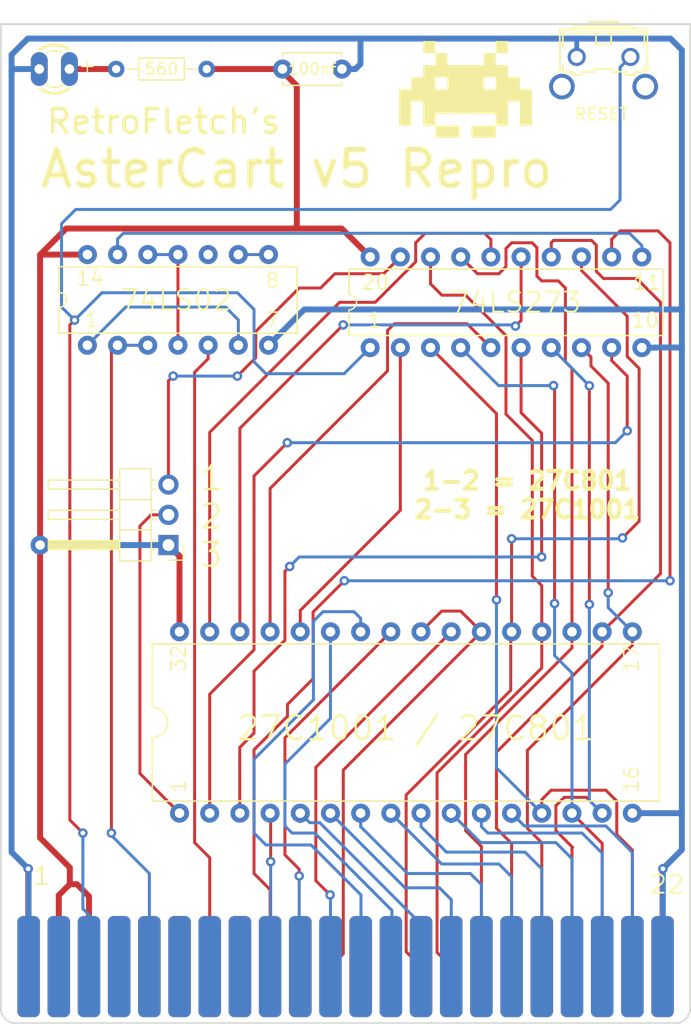
<source format=kicad_pcb>
(kicad_pcb (version 20171130) (host pcbnew "(5.1.2)-2")

  (general
    (thickness 1.6)
    (drawings 19)
    (tracks 468)
    (zones 0)
    (modules 12)
    (nets 47)
  )

  (page A4)
  (layers
    (0 Top signal)
    (31 Bottom signal)
    (32 B.Adhes user)
    (33 F.Adhes user)
    (34 B.Paste user)
    (35 F.Paste user)
    (36 B.SilkS user)
    (37 F.SilkS user)
    (38 B.Mask user)
    (39 F.Mask user)
    (40 Dwgs.User user)
    (41 Cmts.User user)
    (42 Eco1.User user)
    (43 Eco2.User user)
    (44 Edge.Cuts user)
    (45 Margin user)
    (46 B.CrtYd user)
    (47 F.CrtYd user)
    (48 B.Fab user)
    (49 F.Fab user)
  )

  (setup
    (last_trace_width 0.25)
    (user_trace_width 0.5)
    (trace_clearance 0.1524)
    (zone_clearance 0.508)
    (zone_45_only no)
    (trace_min 0.2)
    (via_size 0.8)
    (via_drill 0.4)
    (via_min_size 0.4)
    (via_min_drill 0.3)
    (user_via 1.6 0.8)
    (uvia_size 0.3)
    (uvia_drill 0.1)
    (uvias_allowed no)
    (uvia_min_size 0.2)
    (uvia_min_drill 0.1)
    (edge_width 0.05)
    (segment_width 0.2)
    (pcb_text_width 0.3)
    (pcb_text_size 1.5 1.5)
    (mod_edge_width 0.12)
    (mod_text_size 1 1)
    (mod_text_width 0.15)
    (pad_size 1.6 1.6)
    (pad_drill 0.8)
    (pad_to_mask_clearance 0.051)
    (solder_mask_min_width 0.25)
    (aux_axis_origin 0 0)
    (visible_elements 7FFFFFFF)
    (pcbplotparams
      (layerselection 0x010fc_ffffffff)
      (usegerberextensions false)
      (usegerberattributes false)
      (usegerberadvancedattributes false)
      (creategerberjobfile false)
      (excludeedgelayer true)
      (linewidth 0.100000)
      (plotframeref false)
      (viasonmask false)
      (mode 1)
      (useauxorigin false)
      (hpglpennumber 1)
      (hpglpenspeed 20)
      (hpglpendiameter 15.000000)
      (psnegative false)
      (psa4output false)
      (plotreference true)
      (plotvalue true)
      (plotinvisibletext false)
      (padsonsilk false)
      (subtractmaskfromsilk false)
      (outputformat 1)
      (mirror false)
      (drillshape 0)
      (scaleselection 1)
      (outputdirectory "C:/Users/RetroFletch/Downloads/PCB/order 2020 nr2/AsterCart Gerber/"))
  )

  (net 0 "")
  (net 1 GND)
  (net 2 "Net-(U$1-Pad28)")
  (net 3 "Net-(U$1-Pad27)")
  (net 4 "Net-(U$1-Pad26)")
  (net 5 "Net-(U$1-Pad25)")
  (net 6 "Net-(U$1-Pad23)")
  (net 7 /CD7)
  (net 8 /CD6)
  (net 9 /CD5)
  (net 10 /CD4)
  (net 11 /CD3)
  (net 12 /CD2)
  (net 13 /CD1)
  (net 14 /CD0)
  (net 15 "Net-(U$1-Pad4)")
  (net 16 /BA)
  (net 17 /O2)
  (net 18 /CR/~W)
  (net 19 /IO2)
  (net 20 /~GAME)
  (net 21 /~EXROM)
  (net 22 /IO1)
  (net 23 /~ROMH)
  (net 24 /~NMI)
  (net 25 /~ROML)
  (net 26 /~RESET)
  (net 27 "Net-(U$2-PadF)")
  (net 28 "Net-(U$2-PadH)")
  (net 29 "Net-(U$2-PadP$13)")
  (net 30 "Net-(U$2-PadP$4)")
  (net 31 "Net-(U$2-PadP$6)")
  (net 32 "Net-(U$1-Pad31)")
  (net 33 "Net-(U$1-Pad30)")
  (net 34 "Net-(U$1-Pad29)")
  (net 35 "Net-(U$1-Pad12)")
  (net 36 "Net-(U$1-Pad11)")
  (net 37 "Net-(U$1-Pad10)")
  (net 38 "Net-(U$1-Pad9)")
  (net 39 "Net-(U$1-Pad8)")
  (net 40 "Net-(U$1-Pad7)")
  (net 41 "Net-(U$1-Pad6)")
  (net 42 "Net-(U$1-Pad5)")
  (net 43 "Net-(U$1-Pad3)")
  (net 44 "Net-(U$1-Pad2)")
  (net 45 "Net-(U$1-Pad1)")
  (net 46 /+5V)

  (net_class Default "This is the default net class."
    (clearance 0.1524)
    (trace_width 0.25)
    (via_dia 0.8)
    (via_drill 0.4)
    (uvia_dia 0.3)
    (uvia_drill 0.1)
    (add_net /+5V)
    (add_net /BA)
    (add_net /CD0)
    (add_net /CD1)
    (add_net /CD2)
    (add_net /CD3)
    (add_net /CD4)
    (add_net /CD5)
    (add_net /CD6)
    (add_net /CD7)
    (add_net /CR/~W)
    (add_net /IO1)
    (add_net /IO2)
    (add_net /O2)
    (add_net /~EXROM)
    (add_net /~GAME)
    (add_net /~NMI)
    (add_net /~RESET)
    (add_net /~ROMH)
    (add_net /~ROML)
    (add_net GND)
    (add_net "Net-(U$1-Pad1)")
    (add_net "Net-(U$1-Pad10)")
    (add_net "Net-(U$1-Pad11)")
    (add_net "Net-(U$1-Pad12)")
    (add_net "Net-(U$1-Pad2)")
    (add_net "Net-(U$1-Pad23)")
    (add_net "Net-(U$1-Pad25)")
    (add_net "Net-(U$1-Pad26)")
    (add_net "Net-(U$1-Pad27)")
    (add_net "Net-(U$1-Pad28)")
    (add_net "Net-(U$1-Pad29)")
    (add_net "Net-(U$1-Pad3)")
    (add_net "Net-(U$1-Pad30)")
    (add_net "Net-(U$1-Pad31)")
    (add_net "Net-(U$1-Pad4)")
    (add_net "Net-(U$1-Pad5)")
    (add_net "Net-(U$1-Pad6)")
    (add_net "Net-(U$1-Pad7)")
    (add_net "Net-(U$1-Pad8)")
    (add_net "Net-(U$1-Pad9)")
    (add_net "Net-(U$2-PadF)")
    (add_net "Net-(U$2-PadH)")
    (add_net "Net-(U$2-PadP$13)")
    (add_net "Net-(U$2-PadP$4)")
    (add_net "Net-(U$2-PadP$6)")
  )

  (module Symbol:aster_small (layer Top) (tedit 0) (tstamp 5F676EC7)
    (at 158.6 68)
    (fp_text reference G*** (at 0 0) (layer F.SilkS) hide
      (effects (font (size 1.524 1.524) (thickness 0.3)))
    )
    (fp_text value LOGO (at 0.75 0) (layer F.SilkS) hide
      (effects (font (size 1.524 1.524) (thickness 0.3)))
    )
    (fp_poly (pts (xy 2.54 -1.524) (xy 3.556 -1.524) (xy 3.556 -0.508) (xy 4.572 -0.508)
      (xy 4.572 0.508) (xy 5.588 0.508) (xy 5.588 3.556) (xy 4.572 3.556)
      (xy 4.572 1.524) (xy 3.556 1.524) (xy 3.556 3.556) (xy 2.54 3.556)
      (xy 2.54 2.54) (xy -2.54 2.54) (xy -2.54 3.556) (xy -3.556 3.556)
      (xy -3.556 1.524) (xy -4.572 1.524) (xy -4.572 3.556) (xy -5.588 3.556)
      (xy -5.588 0.508) (xy -4.572 0.508) (xy -4.572 -0.508) (xy -3.556 -0.508)
      (xy -2.54 -0.508) (xy -2.54 0.508) (xy -1.524 0.508) (xy -1.524 -0.508)
      (xy 1.524 -0.508) (xy 1.524 0.508) (xy 2.54 0.508) (xy 2.54 -0.508)
      (xy 1.524 -0.508) (xy -1.524 -0.508) (xy -2.54 -0.508) (xy -3.556 -0.508)
      (xy -3.556 -1.524) (xy -2.54 -1.524) (xy -2.54 -2.54) (xy -1.524 -2.54)
      (xy -1.524 -1.524) (xy 1.524 -1.524) (xy 1.524 -2.54) (xy 2.54 -2.54)
      (xy 2.54 -1.524)) (layer F.SilkS) (width 0.01))
    (fp_poly (pts (xy 2.54 -3.556) (xy 3.556 -3.556) (xy 3.556 -2.54) (xy 2.54 -2.54)
      (xy 2.54 -3.556)) (layer F.SilkS) (width 0.01))
    (fp_poly (pts (xy 2.54 4.572) (xy 0.508 4.572) (xy 0.508 3.556) (xy 2.54 3.556)
      (xy 2.54 4.572)) (layer F.SilkS) (width 0.01))
    (fp_poly (pts (xy -3.556 -2.54) (xy -3.556 -3.556) (xy -2.54 -3.556) (xy -2.54 -2.54)
      (xy -3.556 -2.54)) (layer F.SilkS) (width 0.01))
    (fp_poly (pts (xy -0.508 3.556) (xy -0.508 4.572) (xy -2.54 4.572) (xy -2.54 3.556)
      (xy -0.508 3.556)) (layer F.SilkS) (width 0.01))
  )

  (module Capacitor_THT:C_Disc_D4.7mm_W2.5mm_P5.00mm (layer Top) (tedit 5F67098D) (tstamp 5F67B853)
    (at 143.2 66.8)
    (descr "C, Disc series, Radial, pin pitch=5.00mm, , diameter*width=4.7*2.5mm^2, Capacitor, http://www.vishay.com/docs/45233/krseries.pdf")
    (tags "C Disc series Radial pin pitch 5.00mm  diameter 4.7mm width 2.5mm Capacitor")
    (fp_text reference 100nf (at 2.5 -2.5) (layer F.Fab)
      (effects (font (size 1 1) (thickness 0.15)))
    )
    (fp_text value "" (at 2.5 2.5) (layer F.Fab)
      (effects (font (size 1 1) (thickness 0.15)))
    )
    (fp_text user %R (at 2.5 0) (layer F.SilkS)
      (effects (font (size 0.94 0.94) (thickness 0.141)))
    )
    (fp_line (start 6.05 -1.5) (end -1.05 -1.5) (layer F.CrtYd) (width 0.05))
    (fp_line (start 6.05 1.5) (end 6.05 -1.5) (layer F.CrtYd) (width 0.05))
    (fp_line (start -1.05 1.5) (end 6.05 1.5) (layer F.CrtYd) (width 0.05))
    (fp_line (start -1.05 -1.5) (end -1.05 1.5) (layer F.CrtYd) (width 0.05))
    (fp_line (start 4.97 1.055) (end 4.97 1.37) (layer F.SilkS) (width 0.12))
    (fp_line (start 4.97 -1.37) (end 4.97 -1.055) (layer F.SilkS) (width 0.12))
    (fp_line (start 0.03 1.055) (end 0.03 1.37) (layer F.SilkS) (width 0.12))
    (fp_line (start 0.03 -1.37) (end 0.03 -1.055) (layer F.SilkS) (width 0.12))
    (fp_line (start 0.03 1.37) (end 4.97 1.37) (layer F.SilkS) (width 0.12))
    (fp_line (start 0.03 -1.37) (end 4.97 -1.37) (layer F.SilkS) (width 0.12))
    (fp_line (start 4.85 -1.25) (end 0.15 -1.25) (layer F.Fab) (width 0.1))
    (fp_line (start 4.85 1.25) (end 4.85 -1.25) (layer F.Fab) (width 0.1))
    (fp_line (start 0.15 1.25) (end 4.85 1.25) (layer F.Fab) (width 0.1))
    (fp_line (start 0.15 -1.25) (end 0.15 1.25) (layer F.Fab) (width 0.1))
    (pad 2 thru_hole circle (at 5 0) (size 1.6 1.6) (drill 0.8) (layers *.Cu *.Mask)
      (net 1 GND))
    (pad 1 thru_hole circle (at 0 0) (size 1.6 1.6) (drill 0.8) (layers *.Cu *.Mask)
      (net 46 /+5V))
    (model ${KISYS3DMOD}/Capacitor_THT.3dshapes/C_Disc_D4.7mm_W2.5mm_P5.00mm.wrl
      (at (xyz 0 0 0))
      (scale (xyz 1 1 1))
      (rotate (xyz 0 0 0))
    )
  )

  (module Resistor_THT:R_Axial_DIN0204_L3.6mm_D1.6mm_P7.62mm_Horizontal (layer Top) (tedit 5F6708EB) (tstamp 5F67AFEA)
    (at 129.2 66.8)
    (descr "Resistor, Axial_DIN0204 series, Axial, Horizontal, pin pitch=7.62mm, 0.167W, length*diameter=3.6*1.6mm^2, http://cdn-reichelt.de/documents/datenblatt/B400/1_4W%23YAG.pdf")
    (tags "Resistor Axial_DIN0204 series Axial Horizontal pin pitch 7.62mm 0.167W length 3.6mm diameter 1.6mm")
    (fp_text reference "" (at 3.81 -1.92) (layer F.SilkS)
      (effects (font (size 1 1) (thickness 0.15)))
    )
    (fp_text value 560 (at 3.81 0) (layer F.SilkS)
      (effects (font (size 1 1) (thickness 0.15)))
    )
    (fp_text user %R (at 3.81 0) (layer F.Fab)
      (effects (font (size 0.72 0.72) (thickness 0.108)))
    )
    (fp_line (start 8.57 -1.05) (end -0.95 -1.05) (layer F.CrtYd) (width 0.05))
    (fp_line (start 8.57 1.05) (end 8.57 -1.05) (layer F.CrtYd) (width 0.05))
    (fp_line (start -0.95 1.05) (end 8.57 1.05) (layer F.CrtYd) (width 0.05))
    (fp_line (start -0.95 -1.05) (end -0.95 1.05) (layer F.CrtYd) (width 0.05))
    (fp_line (start 6.68 0) (end 5.73 0) (layer F.SilkS) (width 0.12))
    (fp_line (start 0.94 0) (end 1.89 0) (layer F.SilkS) (width 0.12))
    (fp_line (start 5.73 -0.92) (end 1.89 -0.92) (layer F.SilkS) (width 0.12))
    (fp_line (start 5.73 0.92) (end 5.73 -0.92) (layer F.SilkS) (width 0.12))
    (fp_line (start 1.89 0.92) (end 5.73 0.92) (layer F.SilkS) (width 0.12))
    (fp_line (start 1.89 -0.92) (end 1.89 0.92) (layer F.SilkS) (width 0.12))
    (fp_line (start 7.62 0) (end 5.61 0) (layer F.Fab) (width 0.1))
    (fp_line (start 0 0) (end 2.01 0) (layer F.Fab) (width 0.1))
    (fp_line (start 5.61 -0.8) (end 2.01 -0.8) (layer F.Fab) (width 0.1))
    (fp_line (start 5.61 0.8) (end 5.61 -0.8) (layer F.Fab) (width 0.1))
    (fp_line (start 2.01 0.8) (end 5.61 0.8) (layer F.Fab) (width 0.1))
    (fp_line (start 2.01 -0.8) (end 2.01 0.8) (layer F.Fab) (width 0.1))
    (pad 2 thru_hole oval (at 7.62 0) (size 1.4 1.4) (drill 0.7) (layers *.Cu *.Mask)
      (net 46 /+5V))
    (pad 1 thru_hole circle (at 0 0) (size 1.4 1.4) (drill 0.7) (layers *.Cu *.Mask))
    (model ${KISYS3DMOD}/Resistor_THT.3dshapes/R_Axial_DIN0204_L3.6mm_D1.6mm_P7.62mm_Horizontal.wrl
      (at (xyz 0 0 0))
      (scale (xyz 1 1 1))
      (rotate (xyz 0 0 0))
    )
  )

  (module Connector_PinHeader_2.54mm:PinHeader_1x03_P2.54mm_Horizontal (layer Top) (tedit 5F66CC57) (tstamp 5F672DF0)
    (at 133.6 106.8 180)
    (descr "Through hole angled pin header, 1x03, 2.54mm pitch, 6mm pin length, single row")
    (tags "Through hole angled pin header THT 1x03 2.54mm single row")
    (fp_text reference "" (at 4.385 -2.27) (layer F.SilkS)
      (effects (font (size 1 1) (thickness 0.15)))
    )
    (fp_text value "" (at 4.385 7.35) (layer F.Fab)
      (effects (font (size 1 1) (thickness 0.15)))
    )
    (fp_text user %R (at 2.77 2.54 90) (layer F.Fab)
      (effects (font (size 1 1) (thickness 0.15)))
    )
    (fp_line (start 10.55 -1.8) (end -1.8 -1.8) (layer F.CrtYd) (width 0.05))
    (fp_line (start 10.55 6.85) (end 10.55 -1.8) (layer F.CrtYd) (width 0.05))
    (fp_line (start -1.8 6.85) (end 10.55 6.85) (layer F.CrtYd) (width 0.05))
    (fp_line (start -1.8 -1.8) (end -1.8 6.85) (layer F.CrtYd) (width 0.05))
    (fp_line (start -1.27 -1.27) (end 0 -1.27) (layer F.SilkS) (width 0.12))
    (fp_line (start -1.27 0) (end -1.27 -1.27) (layer F.SilkS) (width 0.12))
    (fp_line (start 1.042929 5.46) (end 1.44 5.46) (layer F.SilkS) (width 0.12))
    (fp_line (start 1.042929 4.7) (end 1.44 4.7) (layer F.SilkS) (width 0.12))
    (fp_line (start 10.1 5.46) (end 4.1 5.46) (layer F.SilkS) (width 0.12))
    (fp_line (start 10.1 4.7) (end 10.1 5.46) (layer F.SilkS) (width 0.12))
    (fp_line (start 4.1 4.7) (end 10.1 4.7) (layer F.SilkS) (width 0.12))
    (fp_line (start 1.44 3.81) (end 4.1 3.81) (layer F.SilkS) (width 0.12))
    (fp_line (start 1.042929 2.92) (end 1.44 2.92) (layer F.SilkS) (width 0.12))
    (fp_line (start 1.042929 2.16) (end 1.44 2.16) (layer F.SilkS) (width 0.12))
    (fp_line (start 10.1 2.92) (end 4.1 2.92) (layer F.SilkS) (width 0.12))
    (fp_line (start 10.1 2.16) (end 10.1 2.92) (layer F.SilkS) (width 0.12))
    (fp_line (start 4.1 2.16) (end 10.1 2.16) (layer F.SilkS) (width 0.12))
    (fp_line (start 1.44 1.27) (end 4.1 1.27) (layer F.SilkS) (width 0.12))
    (fp_line (start 1.11 0.38) (end 1.44 0.38) (layer F.SilkS) (width 0.12))
    (fp_line (start 1.11 -0.38) (end 1.44 -0.38) (layer F.SilkS) (width 0.12))
    (fp_line (start 4.1 0.28) (end 10.1 0.28) (layer F.SilkS) (width 0.12))
    (fp_line (start 4.1 0.16) (end 10.1 0.16) (layer F.SilkS) (width 0.12))
    (fp_line (start 4.1 0.04) (end 10.1 0.04) (layer F.SilkS) (width 0.12))
    (fp_line (start 4.1 -0.08) (end 10.1 -0.08) (layer F.SilkS) (width 0.12))
    (fp_line (start 4.1 -0.2) (end 10.1 -0.2) (layer F.SilkS) (width 0.12))
    (fp_line (start 4.1 -0.32) (end 10.1 -0.32) (layer F.SilkS) (width 0.12))
    (fp_line (start 10.1 0.38) (end 4.1 0.38) (layer F.SilkS) (width 0.12))
    (fp_line (start 10.1 -0.38) (end 10.1 0.38) (layer F.SilkS) (width 0.12))
    (fp_line (start 4.1 -0.38) (end 10.1 -0.38) (layer F.SilkS) (width 0.12))
    (fp_line (start 4.1 -1.33) (end 1.44 -1.33) (layer F.SilkS) (width 0.12))
    (fp_line (start 4.1 6.41) (end 4.1 -1.33) (layer F.SilkS) (width 0.12))
    (fp_line (start 1.44 6.41) (end 4.1 6.41) (layer F.SilkS) (width 0.12))
    (fp_line (start 1.44 -1.33) (end 1.44 6.41) (layer F.SilkS) (width 0.12))
    (fp_line (start 4.04 5.4) (end 10.04 5.4) (layer F.Fab) (width 0.1))
    (fp_line (start 10.04 4.76) (end 10.04 5.4) (layer F.Fab) (width 0.1))
    (fp_line (start 4.04 4.76) (end 10.04 4.76) (layer F.Fab) (width 0.1))
    (fp_line (start -0.32 5.4) (end 1.5 5.4) (layer F.Fab) (width 0.1))
    (fp_line (start -0.32 4.76) (end -0.32 5.4) (layer F.Fab) (width 0.1))
    (fp_line (start -0.32 4.76) (end 1.5 4.76) (layer F.Fab) (width 0.1))
    (fp_line (start 4.04 2.86) (end 10.04 2.86) (layer F.Fab) (width 0.1))
    (fp_line (start 10.04 2.22) (end 10.04 2.86) (layer F.Fab) (width 0.1))
    (fp_line (start 4.04 2.22) (end 10.04 2.22) (layer F.Fab) (width 0.1))
    (fp_line (start -0.32 2.86) (end 1.5 2.86) (layer F.Fab) (width 0.1))
    (fp_line (start -0.32 2.22) (end -0.32 2.86) (layer F.Fab) (width 0.1))
    (fp_line (start -0.32 2.22) (end 1.5 2.22) (layer F.Fab) (width 0.1))
    (fp_line (start 4.04 0.32) (end 10.04 0.32) (layer F.Fab) (width 0.1))
    (fp_line (start 10.04 -0.32) (end 10.04 0.32) (layer F.Fab) (width 0.1))
    (fp_line (start 4.04 -0.32) (end 10.04 -0.32) (layer F.Fab) (width 0.1))
    (fp_line (start -0.32 0.32) (end 1.5 0.32) (layer F.Fab) (width 0.1))
    (fp_line (start -0.32 -0.32) (end -0.32 0.32) (layer F.Fab) (width 0.1))
    (fp_line (start -0.32 -0.32) (end 1.5 -0.32) (layer F.Fab) (width 0.1))
    (fp_line (start 1.5 -0.635) (end 2.135 -1.27) (layer F.Fab) (width 0.1))
    (fp_line (start 1.5 6.35) (end 1.5 -0.635) (layer F.Fab) (width 0.1))
    (fp_line (start 4.04 6.35) (end 1.5 6.35) (layer F.Fab) (width 0.1))
    (fp_line (start 4.04 -1.27) (end 4.04 6.35) (layer F.Fab) (width 0.1))
    (fp_line (start 2.135 -1.27) (end 4.04 -1.27) (layer F.Fab) (width 0.1))
    (pad 3 thru_hole oval (at 0 5.08 180) (size 1.7 1.7) (drill 1) (layers *.Cu *.Mask))
    (pad 2 thru_hole oval (at 0 2.54 180) (size 1.7 1.7) (drill 1) (layers *.Cu *.Mask)
      (net 45 "Net-(U$1-Pad1)"))
    (pad 1 thru_hole rect (at 0 0 180) (size 1.7 1.7) (drill 1) (layers *.Cu *.Mask)
      (net 46 /+5V))
    (model ${KISYS3DMOD}/Connector_PinHeader_2.54mm.3dshapes/PinHeader_1x03_P2.54mm_Horizontal.wrl
      (at (xyz 0 0 0))
      (scale (xyz 1 1 1))
      (rotate (xyz 0 0 0))
    )
  )

  (module FCIII+e5frog134_double_holes_HCT04:DIL32 (layer Top) (tedit 5F66E3B4) (tstamp 5F66B257)
    (at 153.5811 121.7086)
    (path /8ECCAD60)
    (fp_text reference U$1 (at -16.51 -0.635) (layer F.SilkS) hide
      (effects (font (size 1.6891 1.6891) (thickness 0.16891)) (justify left bottom))
    )
    (fp_text value 27C020 (at -16.51 2.2352) (layer F.Fab) hide
      (effects (font (size 1.6891 1.6891) (thickness 0.16891)) (justify left bottom))
    )
    (fp_text user 17 (at 19.685 -4.1148 90) (layer F.SilkS)
      (effects (font (size 1.2065 1.2065) (thickness 0.127)) (justify left bottom))
    )
    (fp_text user 16 (at 19.685 6.0198 90) (layer F.SilkS)
      (effects (font (size 1.2065 1.2065) (thickness 0.127)) (justify left bottom))
    )
    (fp_text user 32 (at -18.415 -4.1656 90) (layer F.SilkS)
      (effects (font (size 1.2065 1.2065) (thickness 0.127)) (justify left bottom))
    )
    (fp_text user 1 (at -18.415 6.0198 90) (layer F.SilkS)
      (effects (font (size 1.2065 1.2065) (thickness 0.127)) (justify left bottom))
    )
    (fp_line (start -21.336 -6.604) (end 21.336 -6.604) (layer F.SilkS) (width 0.127))
    (fp_line (start -21.336 -6.604) (end -21.336 -1.27) (layer F.SilkS) (width 0.127))
    (fp_line (start -21.336 6.604) (end 21.336 6.604) (layer F.SilkS) (width 0.127))
    (fp_line (start 21.336 6.604) (end 21.336 -6.604) (layer F.SilkS) (width 0.127))
    (fp_arc (start -21.336 0) (end -21.336 -1.27) (angle 180) (layer F.SilkS) (width 0.127))
    (fp_line (start -21.336 1.27) (end -21.336 6.604) (layer F.SilkS) (width 0.127))
    (pad 32 thru_hole circle (at -19.05 -7.62) (size 1.6002 1.6002) (drill 0.8128) (layers *.Cu *.Mask)
      (net 46 /+5V) (solder_mask_margin 0.0762))
    (pad 31 thru_hole circle (at -16.51 -7.62) (size 1.6002 1.6002) (drill 0.8128) (layers *.Cu *.Mask)
      (net 32 "Net-(U$1-Pad31)") (solder_mask_margin 0.0762))
    (pad 30 thru_hole circle (at -13.97 -7.62) (size 1.6002 1.6002) (drill 0.8128) (layers *.Cu *.Mask)
      (net 33 "Net-(U$1-Pad30)") (solder_mask_margin 0.0762))
    (pad 29 thru_hole circle (at -11.43 -7.62) (size 1.6002 1.6002) (drill 0.8128) (layers *.Cu *.Mask)
      (net 34 "Net-(U$1-Pad29)") (solder_mask_margin 0.0762))
    (pad 28 thru_hole circle (at -8.89 -7.62) (size 1.6002 1.6002) (drill 0.8128) (layers *.Cu *.Mask)
      (solder_mask_margin 0.0762))
    (pad 27 thru_hole circle (at -6.35 -7.62) (size 1.6002 1.6002) (drill 0.8128) (layers *.Cu *.Mask)
      (net 3 "Net-(U$1-Pad27)") (solder_mask_margin 0.0762))
    (pad 26 thru_hole circle (at -3.81 -7.62) (size 1.6002 1.6002) (drill 0.8128) (layers *.Cu *.Mask)
      (net 4 "Net-(U$1-Pad26)") (solder_mask_margin 0.0762))
    (pad 25 thru_hole circle (at -1.27 -7.62) (size 1.6002 1.6002) (drill 0.8128) (layers *.Cu *.Mask)
      (net 5 "Net-(U$1-Pad25)") (solder_mask_margin 0.0762))
    (pad 24 thru_hole circle (at 1.27 -7.62) (size 1.6002 1.6002) (drill 0.8128) (layers *.Cu *.Mask)
      (net 25 /~ROML) (solder_mask_margin 0.0762))
    (pad 23 thru_hole circle (at 3.81 -7.62) (size 1.6002 1.6002) (drill 0.8128) (layers *.Cu *.Mask)
      (net 6 "Net-(U$1-Pad23)") (solder_mask_margin 0.0762))
    (pad 22 thru_hole circle (at 6.35 -7.62) (size 1.6002 1.6002) (drill 0.8128) (layers *.Cu *.Mask)
      (net 25 /~ROML) (solder_mask_margin 0.0762))
    (pad 21 thru_hole circle (at 8.89 -7.62) (size 1.6002 1.6002) (drill 0.8128) (layers *.Cu *.Mask)
      (net 7 /CD7) (solder_mask_margin 0.0762))
    (pad 20 thru_hole circle (at 11.43 -7.62) (size 1.6002 1.6002) (drill 0.8128) (layers *.Cu *.Mask)
      (net 8 /CD6) (solder_mask_margin 0.0762))
    (pad 19 thru_hole circle (at 13.97 -7.62) (size 1.6002 1.6002) (drill 0.8128) (layers *.Cu *.Mask)
      (net 9 /CD5) (solder_mask_margin 0.0762))
    (pad 18 thru_hole circle (at 16.51 -7.62) (size 1.6002 1.6002) (drill 0.8128) (layers *.Cu *.Mask)
      (net 10 /CD4) (solder_mask_margin 0.0762))
    (pad 17 thru_hole circle (at 19.05 -7.62) (size 1.6002 1.6002) (drill 0.8128) (layers *.Cu *.Mask)
      (net 11 /CD3) (solder_mask_margin 0.0762))
    (pad 16 thru_hole circle (at 19.05 7.62) (size 1.6002 1.6002) (drill 0.8128) (layers *.Cu *.Mask)
      (net 1 GND) (solder_mask_margin 0.0762))
    (pad 15 thru_hole circle (at 16.51 7.62) (size 1.6002 1.6002) (drill 0.8128) (layers *.Cu *.Mask)
      (net 12 /CD2) (solder_mask_margin 0.0762))
    (pad 14 thru_hole circle (at 13.97 7.62) (size 1.6002 1.6002) (drill 0.8128) (layers *.Cu *.Mask)
      (net 13 /CD1) (solder_mask_margin 0.0762))
    (pad 13 thru_hole circle (at 11.43 7.62) (size 1.6002 1.6002) (drill 0.8128) (layers *.Cu *.Mask)
      (net 14 /CD0) (solder_mask_margin 0.0762))
    (pad 12 thru_hole circle (at 8.89 7.62) (size 1.6002 1.6002) (drill 0.8128) (layers *.Cu *.Mask)
      (net 35 "Net-(U$1-Pad12)") (solder_mask_margin 0.0762))
    (pad 11 thru_hole circle (at 6.35 7.62) (size 1.6002 1.6002) (drill 0.8128) (layers *.Cu *.Mask)
      (net 36 "Net-(U$1-Pad11)") (solder_mask_margin 0.0762))
    (pad 10 thru_hole circle (at 3.81 7.62) (size 1.6002 1.6002) (drill 0.8128) (layers *.Cu *.Mask)
      (net 37 "Net-(U$1-Pad10)") (solder_mask_margin 0.0762))
    (pad 9 thru_hole circle (at 1.27 7.62) (size 1.6002 1.6002) (drill 0.8128) (layers *.Cu *.Mask)
      (net 38 "Net-(U$1-Pad9)") (solder_mask_margin 0.0762))
    (pad 8 thru_hole circle (at -1.27 7.62) (size 1.6002 1.6002) (drill 0.8128) (layers *.Cu *.Mask)
      (net 39 "Net-(U$1-Pad8)") (solder_mask_margin 0.0762))
    (pad 7 thru_hole circle (at -3.81 7.62) (size 1.6002 1.6002) (drill 0.8128) (layers *.Cu *.Mask)
      (net 40 "Net-(U$1-Pad7)") (solder_mask_margin 0.0762))
    (pad 6 thru_hole circle (at -6.35 7.62) (size 1.6002 1.6002) (drill 0.8128) (layers *.Cu *.Mask)
      (net 41 "Net-(U$1-Pad6)") (solder_mask_margin 0.0762))
    (pad 5 thru_hole circle (at -8.89 7.62) (size 1.6002 1.6002) (drill 0.8128) (layers *.Cu *.Mask)
      (net 42 "Net-(U$1-Pad5)") (solder_mask_margin 0.0762))
    (pad 4 thru_hole circle (at -11.43 7.62) (size 1.6002 1.6002) (drill 0.8128) (layers *.Cu *.Mask)
      (net 15 "Net-(U$1-Pad4)") (solder_mask_margin 0.0762))
    (pad 3 thru_hole circle (at -13.97 7.62) (size 1.6002 1.6002) (drill 0.8128) (layers *.Cu *.Mask)
      (net 43 "Net-(U$1-Pad3)") (solder_mask_margin 0.0762))
    (pad 2 thru_hole circle (at -16.51 7.62) (size 1.6002 1.6002) (drill 0.8128) (layers *.Cu *.Mask)
      (net 44 "Net-(U$1-Pad2)") (solder_mask_margin 0.0762))
    (pad 1 thru_hole circle (at -19.05 7.62) (size 1.6002 1.6002) (drill 0.8128) (layers *.Cu *.Mask)
      (net 45 "Net-(U$1-Pad1)") (solder_mask_margin 0.0762))
  )

  (module FCIII+e5frog134_double_holes_HCT04:DIL20 (layer Top) (tedit 5F66F505) (tstamp 5F6722CB)
    (at 162 86.4)
    (fp_text reference 74LS273 (at -4.8 1) (layer F.SilkS)
      (effects (font (size 1.6891 1.6891) (thickness 0.16891)) (justify left bottom))
    )
    (fp_text value 74LS273 (at -8.89 2.159) (layer F.Fab)
      (effects (font (size 1.6891 1.6891) (thickness 0.16891)) (justify left bottom))
    )
    (fp_text user 10 (at 10.4648 2.2098) (layer F.SilkS)
      (effects (font (size 1.2065 1.2065) (thickness 0.1524)) (justify left bottom))
    )
    (fp_text user 11 (at 10.5918 -0.9652) (layer F.SilkS)
      (effects (font (size 1.2065 1.2065) (thickness 0.1524)) (justify left bottom))
    )
    (fp_text user 20 (at -12.2428 -0.9652) (layer F.SilkS)
      (effects (font (size 1.2065 1.2065) (thickness 0.1524)) (justify left bottom))
    )
    (fp_text user 1 (at -11.7348 2.2098) (layer F.SilkS)
      (effects (font (size 1.2065 1.2065) (thickness 0.1524)) (justify left bottom))
    )
    (fp_line (start -13.208 -2.794) (end 13.208 -2.794) (layer F.SilkS) (width 0.127))
    (fp_line (start -13.208 -2.794) (end -13.208 -0.635) (layer F.SilkS) (width 0.127))
    (fp_line (start 13.208 2.794) (end -13.208 2.794) (layer F.SilkS) (width 0.127))
    (fp_line (start 13.208 2.794) (end 13.208 -2.794) (layer F.SilkS) (width 0.127))
    (fp_arc (start -13.208 0) (end -13.208 0.635) (angle -180) (layer F.SilkS) (width 0.127))
    (fp_line (start -13.208 0.635) (end -13.208 2.794) (layer F.SilkS) (width 0.127))
    (pad 20 thru_hole circle (at -11.43 -3.81) (size 1.6002 1.6002) (drill 0.8128) (layers *.Cu *.Mask)
      (net 46 /+5V) (solder_mask_margin 0.0762))
    (pad 19 thru_hole circle (at -8.89 -3.81) (size 1.6002 1.6002) (drill 0.8128) (layers *.Cu *.Mask)
      (solder_mask_margin 0.0762))
    (pad 18 thru_hole circle (at -6.35 -3.81) (size 1.6002 1.6002) (drill 0.8128) (layers *.Cu *.Mask)
      (net 8 /CD6) (solder_mask_margin 0.0762))
    (pad 17 thru_hole circle (at -3.81 -3.81) (size 1.6002 1.6002) (drill 0.8128) (layers *.Cu *.Mask)
      (net 9 /CD5) (solder_mask_margin 0.0762))
    (pad 16 thru_hole circle (at -1.27 -3.81) (size 1.6002 1.6002) (drill 0.8128) (layers *.Cu *.Mask)
      (net 32 "Net-(U$1-Pad31)") (solder_mask_margin 0.0762))
    (pad 15 thru_hole circle (at 1.27 -3.81) (size 1.6002 1.6002) (drill 0.8128) (layers *.Cu *.Mask)
      (net 33 "Net-(U$1-Pad30)") (solder_mask_margin 0.0762))
    (pad 14 thru_hole circle (at 3.81 -3.81) (size 1.6002 1.6002) (drill 0.8128) (layers *.Cu *.Mask)
      (net 10 /CD4) (solder_mask_margin 0.0762))
    (pad 13 thru_hole circle (at 6.35 -3.81) (size 1.6002 1.6002) (drill 0.8128) (layers *.Cu *.Mask)
      (net 7 /CD7) (solder_mask_margin 0.0762))
    (pad 12 thru_hole circle (at 8.89 -3.81) (size 1.6002 1.6002) (drill 0.8128) (layers *.Cu *.Mask)
      (net 21 /~EXROM) (solder_mask_margin 0.0762))
    (pad 11 thru_hole circle (at 11.43 -3.81) (size 1.6002 1.6002) (drill 0.8128) (layers *.Cu *.Mask)
      (solder_mask_margin 0.0762))
    (pad 10 thru_hole circle (at 11.43 3.81) (size 1.6002 1.6002) (drill 0.8128) (layers *.Cu *.Mask)
      (net 1 GND) (solder_mask_margin 0.0762))
    (pad 9 thru_hole circle (at 8.89 3.81) (size 1.6002 1.6002) (drill 0.8128) (layers *.Cu *.Mask)
      (net 44 "Net-(U$1-Pad2)") (solder_mask_margin 0.0762))
    (pad 8 thru_hole circle (at 6.35 3.81) (size 1.6002 1.6002) (drill 0.8128) (layers *.Cu *.Mask)
      (net 11 /CD3) (solder_mask_margin 0.0762))
    (pad 7 thru_hole circle (at 3.81 3.81) (size 1.6002 1.6002) (drill 0.8128) (layers *.Cu *.Mask)
      (net 12 /CD2) (solder_mask_margin 0.0762))
    (pad 6 thru_hole circle (at 1.27 3.81) (size 1.6002 1.6002) (drill 0.8128) (layers *.Cu *.Mask)
      (net 43 "Net-(U$1-Pad3)") (solder_mask_margin 0.0762))
    (pad 5 thru_hole circle (at -1.27 3.81) (size 1.6002 1.6002) (drill 0.8128) (layers *.Cu *.Mask)
      (net 34 "Net-(U$1-Pad29)") (solder_mask_margin 0.0762))
    (pad 4 thru_hole circle (at -3.81 3.81) (size 1.6002 1.6002) (drill 0.8128) (layers *.Cu *.Mask)
      (net 13 /CD1) (solder_mask_margin 0.0762))
    (pad 3 thru_hole circle (at -6.35 3.81) (size 1.6002 1.6002) (drill 0.8128) (layers *.Cu *.Mask)
      (net 14 /CD0) (solder_mask_margin 0.0762))
    (pad 2 thru_hole circle (at -8.89 3.81) (size 1.6002 1.6002) (drill 0.8128) (layers *.Cu *.Mask)
      (solder_mask_margin 0.0762))
    (pad 1 thru_hole circle (at -11.43 3.81) (size 1.6002 1.6002) (drill 0.8128) (layers *.Cu *.Mask)
      (net 26 /~RESET) (solder_mask_margin 0.0762))
  )

  (module FCIII+e5frog134_double_holes_HCT04:DIL14 (layer Top) (tedit 5F66CD81) (tstamp 5F672216)
    (at 134.4 86.2)
    (fp_text reference 74LS02 (at -5 1) (layer F.SilkS)
      (effects (font (size 1.6891 1.6891) (thickness 0.16891)) (justify left bottom))
    )
    (fp_text value 74LS02 (at -5.08 2.2352) (layer F.Fab)
      (effects (font (size 1.6891 1.6891) (thickness 0.16891)) (justify left bottom))
    )
    (fp_text user 8 (at 7.2898 -0.9398) (layer F.SilkS)
      (effects (font (size 1.2065 1.2065) (thickness 0.127)) (justify left bottom))
    )
    (fp_text user 7 (at 7.2898 2.3876) (layer F.SilkS)
      (effects (font (size 1.2065 1.2065) (thickness 0.127)) (justify left bottom))
    )
    (fp_text user 14 (at -8.636 -1.1176) (layer F.SilkS)
      (effects (font (size 1.2065 1.2065) (thickness 0.127)) (justify left bottom))
    )
    (fp_text user 1 (at -7.9248 2.3876) (layer F.SilkS)
      (effects (font (size 1.2065 1.2065) (thickness 0.127)) (justify left bottom))
    )
    (fp_line (start 10.033 2.794) (end 10.033 -2.794) (layer F.SilkS) (width 0.127))
    (fp_line (start -10.033 2.794) (end 10.033 2.794) (layer F.SilkS) (width 0.127))
    (fp_line (start -10.033 -2.794) (end -10.033 -0.635) (layer F.SilkS) (width 0.127))
    (fp_line (start 10.033 -2.794) (end -10.033 -2.794) (layer F.SilkS) (width 0.127))
    (fp_arc (start -10.033 0) (end -10.033 0.635) (angle -180) (layer F.SilkS) (width 0.127))
    (fp_line (start -10.033 0.635) (end -10.033 2.794) (layer F.SilkS) (width 0.127))
    (pad 14 thru_hole circle (at -7.62 -3.81) (size 1.6002 1.6002) (drill 0.8128) (layers *.Cu *.Mask)
      (net 46 /+5V) (solder_mask_margin 0.0762))
    (pad 13 thru_hole circle (at -5.08 -3.81) (size 1.6002 1.6002) (drill 0.8128) (layers *.Cu *.Mask)
      (solder_mask_margin 0.0762))
    (pad 12 thru_hole circle (at -2.54 -3.81) (size 1.6002 1.6002) (drill 0.8128) (layers *.Cu *.Mask)
      (solder_mask_margin 0.0762))
    (pad 11 thru_hole circle (at 0 -3.81) (size 1.6002 1.6002) (drill 0.8128) (layers *.Cu *.Mask)
      (solder_mask_margin 0.0762))
    (pad 10 thru_hole circle (at 2.54 -3.81) (size 1.6002 1.6002) (drill 0.8128) (layers *.Cu *.Mask)
      (solder_mask_margin 0.0762))
    (pad 9 thru_hole circle (at 5.08 -3.81) (size 1.6002 1.6002) (drill 0.8128) (layers *.Cu *.Mask)
      (solder_mask_margin 0.0762))
    (pad 8 thru_hole circle (at 7.62 -3.81) (size 1.6002 1.6002) (drill 0.8128) (layers *.Cu *.Mask)
      (solder_mask_margin 0.0762))
    (pad 7 thru_hole circle (at 7.62 3.81) (size 1.6002 1.6002) (drill 0.8128) (layers *.Cu *.Mask)
      (net 1 GND) (solder_mask_margin 0.0762))
    (pad 6 thru_hole circle (at 5.08 3.81) (size 1.6002 1.6002) (drill 0.8128) (layers *.Cu *.Mask)
      (solder_mask_margin 0.0762))
    (pad 5 thru_hole circle (at 2.54 3.81) (size 1.6002 1.6002) (drill 0.8128) (layers *.Cu *.Mask)
      (net 22 /IO1) (solder_mask_margin 0.0762))
    (pad 4 thru_hole circle (at 0 3.81) (size 1.6002 1.6002) (drill 0.8128) (layers *.Cu *.Mask)
      (solder_mask_margin 0.0762))
    (pad 3 thru_hole circle (at -2.54 3.81) (size 1.6002 1.6002) (drill 0.8128) (layers *.Cu *.Mask)
      (net 17 /O2) (solder_mask_margin 0.0762))
    (pad 2 thru_hole circle (at -5.08 3.81) (size 1.6002 1.6002) (drill 0.8128) (layers *.Cu *.Mask)
      (net 17 /O2) (solder_mask_margin 0.0762))
    (pad 1 thru_hole circle (at -7.62 3.81) (size 1.6002 1.6002) (drill 0.8128) (layers *.Cu *.Mask)
      (solder_mask_margin 0.0762))
  )

  (module "" (layer Top) (tedit 0) (tstamp 0)
    (at 148.5011 103.8786)
    (fp_text reference @HOLE0 (at 0 0) (layer F.Fab) hide
      (effects (font (size 1.27 1.27) (thickness 0.15)))
    )
    (fp_text value "" (at 0 0) (layer F.SilkS)
      (effects (font (size 1.27 1.27) (thickness 0.15)))
    )
    (pad "" np_thru_hole circle (at 0 0) (size 4.8 4.8) (drill 4.8) (layers *.Cu *.Mask))
  )

  (module "" (layer Top) (tedit 0) (tstamp 0)
    (at 148.5011 101.3286)
    (fp_text reference @HOLE1 (at 0 0) (layer F.SilkS) hide
      (effects (font (size 1.27 1.27) (thickness 0.15)))
    )
    (fp_text value "" (at 0 0) (layer F.SilkS)
      (effects (font (size 1.27 1.27) (thickness 0.15)))
    )
    (pad "" np_thru_hole circle (at 0 0) (size 3.3 3.3) (drill 3.3) (layers *.Cu *.Mask))
  )

  (module FCIII+e5frog134_double_holes_HCT04:LED3E (layer Top) (tedit 5F6708A6) (tstamp 5F66B3A3)
    (at 124 66.8 180)
    (path /A80CC3E2)
    (fp_text reference + (at -3.6 -0.4) (layer F.SilkS)
      (effects (font (size 1.2065 1.2065) (thickness 0.12065)) (justify right bottom))
    )
    (fp_text value "" (at 2.54 1.651) (layer F.Fab)
      (effects (font (size 1.2065 1.2065) (thickness 0.12065)) (justify right bottom))
    )
    (fp_arc (start -0.000026 0) (end 0 -2.032) (angle 34.694128) (layer F.SilkS) (width 0.254))
    (fp_arc (start 0 0) (end 0 2.032) (angle -36.869898) (layer F.SilkS) (width 0.254))
    (fp_arc (start 0 0) (end 0 1.016) (angle -90) (layer F.Fab) (width 0.127))
    (fp_arc (start 0 0) (end 0 0.635) (angle -90) (layer F.Fab) (width 0.127))
    (fp_arc (start 0 0) (end -1.016 0) (angle 90) (layer F.Fab) (width 0.127))
    (fp_arc (start 0 0) (end -0.635 0) (angle 90) (layer F.Fab) (width 0.127))
    (fp_arc (start 0 0) (end -1.2192 -1.6256) (angle 36.869898) (layer F.SilkS) (width 0.254))
    (fp_arc (start 0 0) (end 0 -2.032) (angle 53.130102) (layer F.Fab) (width 0.254))
    (fp_arc (start 0.000026 0) (end -1.1566 1.6707) (angle -34.694128) (layer F.SilkS) (width 0.254))
    (fp_arc (start -0.000036 0) (end 0 2.032) (angle -52.431519) (layer F.Fab) (width 0.254))
    (fp_arc (start 0 0.000012) (end -2.032 0) (angle -57.265787) (layer F.Fab) (width 0.254))
    (fp_arc (start 0 -0.000006) (end -2.032 0) (angle 56.308451) (layer F.Fab) (width 0.254))
    (fp_arc (start -0.000032 0) (end -0.6816 1.3631) (angle -26.566861) (layer F.SilkS) (width 0.127))
    (fp_arc (start 0.000032 0) (end 0 1.524) (angle -26.566861) (layer F.SilkS) (width 0.127))
    (fp_arc (start 0.000048 0) (end -0.7401 -1.3322) (angle 29.054012) (layer F.SilkS) (width 0.127))
    (fp_arc (start -0.000032 0) (end 0 -1.524) (angle 24.442601) (layer F.SilkS) (width 0.127))
    (fp_arc (start 0 -0.000016) (end -1.524 0) (angle 63.433604) (layer F.Fab) (width 0.127))
    (fp_arc (start 0 0.000016) (end -1.524 0) (angle -63.433604) (layer F.Fab) (width 0.127))
    (fp_arc (start 0 0.000028) (end 0.619 -1.3926) (angle 66.034577) (layer F.Fab) (width 0.127))
    (fp_arc (start 0 -0.000028) (end 0.619 1.3926) (angle -66.034577) (layer F.Fab) (width 0.127))
    (fp_line (start 1.5748 1.27) (end 1.5748 -1.27) (layer F.Fab) (width 0.254))
    (pad K thru_hole oval (at 1.27 0 270) (size 2.8448 1.4224) (drill 0.8128) (layers *.Cu *.Mask)
      (net 1 GND) (solder_mask_margin 0.0762))
    (pad A thru_hole oval (at -1.27 0 270) (size 2.8448 1.4224) (drill 0.8128) (layers *.Cu *.Mask)
      (solder_mask_margin 0.0762))
  )

  (module FCIII+e5frog134_double_holes_HCT04:EDGE44_254 (layer Top) (tedit 0) (tstamp 5F66B44E)
    (at 176.1236 146.4736 180)
    (path /87B7DF34)
    (fp_text reference U$2 (at 0 0 180) (layer F.SilkS) hide
      (effects (font (size 1.27 1.27) (thickness 0.15)) (justify right top))
    )
    (fp_text value C64_EXPANSION (at 0 0 180) (layer F.SilkS) hide
      (effects (font (size 1.27 1.27) (thickness 0.15)) (justify right top))
    )
    (fp_text user 22 (at 2.1236 10.2736 180) (layer F.SilkS)
      (effects (font (size 1.52 1.52) (thickness 0.16)) (justify left bottom))
    )
    (fp_text user 1 (at 54 11 180) (layer F.SilkS)
      (effects (font (size 1.52 1.52) (thickness 0.16)) (justify left bottom))
    )
    (pad A smd roundrect (at 54.29 4.25) (size 1.9 8.5) (layers Bottom B.Paste B.Mask) (roundrect_rratio 0.25)
      (net 1 GND) (solder_mask_margin 0.0762))
    (pad B smd roundrect (at 51.75 4.25) (size 1.9 8.5) (layers Bottom B.Paste B.Mask) (roundrect_rratio 0.25)
      (net 23 /~ROMH) (solder_mask_margin 0.0762))
    (pad C smd roundrect (at 49.21 4.25) (size 1.9 8.5) (layers Bottom B.Paste B.Mask) (roundrect_rratio 0.25)
      (net 26 /~RESET) (solder_mask_margin 0.0762))
    (pad D smd roundrect (at 46.67 4.25) (size 1.9 8.5) (layers Bottom B.Paste B.Mask) (roundrect_rratio 0.25)
      (net 24 /~NMI) (solder_mask_margin 0.0762))
    (pad E smd roundrect (at 44.13 4.25) (size 1.9 8.5) (layers Bottom B.Paste B.Mask) (roundrect_rratio 0.25)
      (net 17 /O2) (solder_mask_margin 0.0762))
    (pad F smd roundrect (at 41.59 4.25) (size 1.9 8.5) (layers Bottom B.Paste B.Mask) (roundrect_rratio 0.25)
      (net 27 "Net-(U$2-PadF)") (solder_mask_margin 0.0762))
    (pad H smd roundrect (at 39.05 4.25) (size 1.9 8.5) (layers Bottom B.Paste B.Mask) (roundrect_rratio 0.25)
      (net 28 "Net-(U$2-PadH)") (solder_mask_margin 0.0762))
    (pad J smd roundrect (at 36.51 4.25) (size 1.9 8.5) (layers Bottom B.Paste B.Mask) (roundrect_rratio 0.25)
      (net 2 "Net-(U$1-Pad28)") (solder_mask_margin 0.0762))
    (pad K smd roundrect (at 33.97 4.25) (size 1.9 8.5) (layers Bottom B.Paste B.Mask) (roundrect_rratio 0.25)
      (net 15 "Net-(U$1-Pad4)") (solder_mask_margin 0.0762))
    (pad L smd roundrect (at 31.43 4.25) (size 1.9 8.5) (layers Bottom B.Paste B.Mask) (roundrect_rratio 0.25)
      (net 5 "Net-(U$1-Pad25)") (solder_mask_margin 0.0762))
    (pad Z smd roundrect (at 0.95 4.25) (size 1.9 8.5) (layers Bottom B.Paste B.Mask) (roundrect_rratio 0.25)
      (net 1 GND) (solder_mask_margin 0.0762))
    (pad Y smd roundrect (at 3.49 4.25) (size 1.9 8.5) (layers Bottom B.Paste B.Mask) (roundrect_rratio 0.25)
      (net 35 "Net-(U$1-Pad12)") (solder_mask_margin 0.0762))
    (pad X smd roundrect (at 6.03 4.25) (size 1.9 8.5) (layers Bottom B.Paste B.Mask) (roundrect_rratio 0.25)
      (net 36 "Net-(U$1-Pad11)") (solder_mask_margin 0.0762))
    (pad W smd roundrect (at 8.57 4.25) (size 1.9 8.5) (layers Bottom B.Paste B.Mask) (roundrect_rratio 0.25)
      (net 37 "Net-(U$1-Pad10)") (solder_mask_margin 0.0762))
    (pad V smd roundrect (at 11.11 4.25) (size 1.9 8.5) (layers Bottom B.Paste B.Mask) (roundrect_rratio 0.25)
      (net 38 "Net-(U$1-Pad9)") (solder_mask_margin 0.0762))
    (pad U smd roundrect (at 13.65 4.25) (size 1.9 8.5) (layers Bottom B.Paste B.Mask) (roundrect_rratio 0.25)
      (net 39 "Net-(U$1-Pad8)") (solder_mask_margin 0.0762))
    (pad T smd roundrect (at 16.19 4.25) (size 1.9 8.5) (layers Bottom B.Paste B.Mask) (roundrect_rratio 0.25)
      (net 40 "Net-(U$1-Pad7)") (solder_mask_margin 0.0762))
    (pad S smd roundrect (at 18.73 4.25) (size 1.9 8.5) (layers Bottom B.Paste B.Mask) (roundrect_rratio 0.25)
      (net 41 "Net-(U$1-Pad6)") (solder_mask_margin 0.0762))
    (pad R smd roundrect (at 21.27 4.25) (size 1.9 8.5) (layers Bottom B.Paste B.Mask) (roundrect_rratio 0.25)
      (net 42 "Net-(U$1-Pad5)") (solder_mask_margin 0.0762))
    (pad P smd roundrect (at 23.81 4.25) (size 1.9 8.5) (layers Bottom B.Paste B.Mask) (roundrect_rratio 0.25)
      (net 3 "Net-(U$1-Pad27)") (solder_mask_margin 0.0762))
    (pad N smd roundrect (at 26.35 4.25) (size 1.9 8.5) (layers Bottom B.Paste B.Mask) (roundrect_rratio 0.25)
      (net 4 "Net-(U$1-Pad26)") (solder_mask_margin 0.0762))
    (pad M smd roundrect (at 28.89 4.25) (size 1.9 8.5) (layers Bottom B.Paste B.Mask) (roundrect_rratio 0.25)
      (net 6 "Net-(U$1-Pad23)") (solder_mask_margin 0.0762))
    (pad P$22 smd roundrect (at 0.95 4.25 180) (size 1.9 8.5) (layers Top F.Paste F.Mask) (roundrect_rratio 0.25)
      (net 1 GND) (solder_mask_margin 0.0762))
    (pad P$21 smd roundrect (at 3.49 4.25 180) (size 1.9 8.5) (layers Top F.Paste F.Mask) (roundrect_rratio 0.25)
      (net 14 /CD0) (solder_mask_margin 0.0762))
    (pad P$20 smd roundrect (at 6.03 4.25 180) (size 1.9 8.5) (layers Top F.Paste F.Mask) (roundrect_rratio 0.25)
      (net 13 /CD1) (solder_mask_margin 0.0762))
    (pad P$19 smd roundrect (at 8.57 4.25 180) (size 1.9 8.5) (layers Top F.Paste F.Mask) (roundrect_rratio 0.25)
      (net 12 /CD2) (solder_mask_margin 0.0762))
    (pad P$18 smd roundrect (at 11.11 4.25 180) (size 1.9 8.5) (layers Top F.Paste F.Mask) (roundrect_rratio 0.25)
      (net 11 /CD3) (solder_mask_margin 0.0762))
    (pad P$17 smd roundrect (at 13.65 4.25 180) (size 1.9 8.5) (layers Top F.Paste F.Mask) (roundrect_rratio 0.25)
      (net 10 /CD4) (solder_mask_margin 0.0762))
    (pad P$16 smd roundrect (at 16.19 4.25 180) (size 1.9 8.5) (layers Top F.Paste F.Mask) (roundrect_rratio 0.25)
      (net 9 /CD5) (solder_mask_margin 0.0762))
    (pad P$15 smd roundrect (at 18.73 4.25 180) (size 1.9 8.5) (layers Top F.Paste F.Mask) (roundrect_rratio 0.25)
      (net 8 /CD6) (solder_mask_margin 0.0762))
    (pad P$14 smd roundrect (at 21.27 4.25 180) (size 1.9 8.5) (layers Top F.Paste F.Mask) (roundrect_rratio 0.25)
      (net 7 /CD7) (solder_mask_margin 0.0762))
    (pad P$13 smd roundrect (at 23.81 4.25 180) (size 1.9 8.5) (layers Top F.Paste F.Mask) (roundrect_rratio 0.25)
      (net 29 "Net-(U$2-PadP$13)") (solder_mask_margin 0.0762))
    (pad P$1 smd roundrect (at 54.29 4.25 180) (size 1.9 8.5) (layers Top F.Paste F.Mask) (roundrect_rratio 0.25)
      (net 1 GND) (solder_mask_margin 0.0762))
    (pad P$2 smd roundrect (at 51.75 4.25 180) (size 1.9 8.5) (layers Top F.Paste F.Mask) (roundrect_rratio 0.25)
      (net 46 /+5V) (solder_mask_margin 0.0762))
    (pad P$3 smd roundrect (at 49.21 4.25 180) (size 1.9 8.5) (layers Top F.Paste F.Mask) (roundrect_rratio 0.25)
      (net 46 /+5V) (solder_mask_margin 0.0762))
    (pad P$4 smd roundrect (at 46.67 4.25 180) (size 1.9 8.5) (layers Top F.Paste F.Mask) (roundrect_rratio 0.25)
      (net 30 "Net-(U$2-PadP$4)") (solder_mask_margin 0.0762))
    (pad P$5 smd roundrect (at 44.13 4.25 180) (size 1.9 8.5) (layers Top F.Paste F.Mask) (roundrect_rratio 0.25)
      (net 18 /CR/~W) (solder_mask_margin 0.0762))
    (pad P$6 smd roundrect (at 41.59 4.25 180) (size 1.9 8.5) (layers Top F.Paste F.Mask) (roundrect_rratio 0.25)
      (net 31 "Net-(U$2-PadP$6)") (solder_mask_margin 0.0762))
    (pad P$7 smd roundrect (at 39.05 4.25 180) (size 1.9 8.5) (layers Top F.Paste F.Mask) (roundrect_rratio 0.25)
      (net 22 /IO1) (solder_mask_margin 0.0762))
    (pad P$8 smd roundrect (at 36.51 4.25 180) (size 1.9 8.5) (layers Top F.Paste F.Mask) (roundrect_rratio 0.25)
      (net 20 /~GAME) (solder_mask_margin 0.0762))
    (pad P$9 smd roundrect (at 33.97 4.25 180) (size 1.9 8.5) (layers Top F.Paste F.Mask) (roundrect_rratio 0.25)
      (net 21 /~EXROM) (solder_mask_margin 0.0762))
    (pad P$10 smd roundrect (at 31.43 4.25 180) (size 1.9 8.5) (layers Top F.Paste F.Mask) (roundrect_rratio 0.25)
      (net 19 /IO2) (solder_mask_margin 0.0762))
    (pad P$11 smd roundrect (at 28.89 4.25 180) (size 1.9 8.5) (layers Top F.Paste F.Mask) (roundrect_rratio 0.25)
      (net 25 /~ROML) (solder_mask_margin 0.0762))
    (pad P$12 smd roundrect (at 26.35 4.25 180) (size 1.9 8.5) (layers Top F.Paste F.Mask) (roundrect_rratio 0.25)
      (net 16 /BA) (solder_mask_margin 0.0762))
  )

  (module FCIII+e5frog134_double_holes_HCT04:B3F-31XX (layer Top) (tedit 5F670390) (tstamp 5F66B498)
    (at 170.2111 67.0286 180)
    (descr "<b>OMRON SWITCH</b>")
    (path /1E829C81)
    (fp_text reference RESET (at -2.1889 -2.9714) (layer F.SilkS)
      (effects (font (size 1 1) (thickness 0.15)) (justify right top))
    )
    (fp_text value "" (at -3.683 5.969) (layer F.Fab)
      (effects (font (size 1.2065 1.2065) (thickness 0.12065)) (justify right top))
    )
    (fp_line (start 3.429 0.508) (end 3.429 0) (layer F.SilkS) (width 0.1524))
    (fp_line (start 3.429 0.508) (end 3.429 2.032) (layer F.Fab) (width 0.1524))
    (fp_line (start 3.429 2.032) (end 3.429 3.302) (layer F.SilkS) (width 0.1524))
    (fp_line (start -3.429 2.032) (end -3.429 3.302) (layer F.SilkS) (width 0.1524))
    (fp_line (start -3.429 0.508) (end -3.429 0) (layer F.SilkS) (width 0.1524))
    (fp_line (start -3.429 0.508) (end -3.429 2.032) (layer F.Fab) (width 0.1524))
    (fp_line (start 0 1.651) (end 0.254 1.651) (layer F.Fab) (width 0.1524))
    (fp_line (start -0.254 1.651) (end 0 1.651) (layer F.Fab) (width 0.1524))
    (fp_line (start 0 1.27) (end 0 1.651) (layer F.Fab) (width 0.1524))
    (fp_line (start 0.508 0.889) (end 1.651 0.889) (layer F.Fab) (width 0.1524))
    (fp_line (start -0.762 0.889) (end 0.508 1.27) (layer F.Fab) (width 0.1524))
    (fp_line (start -1.651 0.889) (end -0.762 0.889) (layer F.Fab) (width 0.1524))
    (fp_line (start 2.667 0) (end 3.429 0) (layer F.SilkS) (width 0.1524))
    (fp_line (start 2.667 0) (end 2.667 -0.254) (layer F.SilkS) (width 0.1524))
    (fp_line (start 1.778 -0.254) (end 2.667 -0.254) (layer F.SilkS) (width 0.1524))
    (fp_line (start 1.778 0) (end 1.778 -0.254) (layer F.SilkS) (width 0.1524))
    (fp_line (start 0.762 0) (end 1.778 0) (layer F.SilkS) (width 0.1524))
    (fp_line (start 0.762 0) (end 0.762 0.254) (layer F.SilkS) (width 0.1524))
    (fp_line (start -0.762 0.254) (end 0.762 0.254) (layer F.SilkS) (width 0.1524))
    (fp_line (start -0.762 0.254) (end -0.762 0) (layer F.SilkS) (width 0.1524))
    (fp_line (start -1.905 0) (end -0.762 0) (layer F.SilkS) (width 0.1524))
    (fp_line (start -1.905 0) (end -1.905 -0.254) (layer F.SilkS) (width 0.1524))
    (fp_line (start -2.667 -0.254) (end -1.905 -0.254) (layer F.SilkS) (width 0.1524))
    (fp_line (start -2.667 -0.254) (end -2.667 0) (layer F.SilkS) (width 0.1524))
    (fp_line (start -3.429 0) (end -2.667 0) (layer F.SilkS) (width 0.1524))
    (fp_line (start 0.635 3.302) (end 3.429 3.302) (layer F.SilkS) (width 0.1524))
    (fp_line (start 0.635 3.302) (end 0.635 2.286) (layer F.SilkS) (width 0.1524))
    (fp_line (start -0.635 2.286) (end 0.635 2.286) (layer F.SilkS) (width 0.1524))
    (fp_line (start -0.635 3.302) (end 0.635 3.302) (layer F.SilkS) (width 0.1524))
    (fp_line (start -0.635 3.302) (end -0.635 2.286) (layer F.SilkS) (width 0.1524))
    (fp_line (start 1.27 3.81) (end 2.54 3.81) (layer F.SilkS) (width 0.1524))
    (fp_line (start 1.27 3.81) (end 1.27 4.191) (layer F.SilkS) (width 0.1524))
    (fp_line (start -1.27 4.191) (end 1.27 4.191) (layer F.SilkS) (width 0.1524))
    (fp_line (start -1.27 3.81) (end 1.27 3.81) (layer F.SilkS) (width 0.1524))
    (fp_line (start -1.27 3.81) (end -1.27 4.191) (layer F.SilkS) (width 0.1524))
    (fp_line (start 2.54 3.556) (end -3.683 3.556) (layer F.SilkS) (width 0.1524))
    (fp_line (start 2.54 3.556) (end 2.54 3.81) (layer F.SilkS) (width 0.1524))
    (fp_line (start -2.54 3.81) (end -1.27 3.81) (layer F.SilkS) (width 0.1524))
    (fp_line (start -2.54 3.556) (end -2.54 3.81) (layer F.SilkS) (width 0.1524))
    (fp_line (start 3.429 -2.667) (end 3.683 -2.667) (layer F.Fab) (width 0.1524))
    (fp_line (start 3.429 0) (end 3.429 -2.667) (layer F.Fab) (width 0.1524))
    (fp_line (start -3.429 3.302) (end -0.635 3.302) (layer F.SilkS) (width 0.1524))
    (fp_line (start -3.429 -2.667) (end -3.429 0) (layer F.Fab) (width 0.1524))
    (fp_line (start -3.683 -2.667) (end -3.429 -2.667) (layer F.Fab) (width 0.1524))
    (fp_line (start -3.683 0) (end -3.683 -2.667) (layer F.Fab) (width 0.1524))
    (fp_line (start -3.683 0) (end -3.683 3.556) (layer F.SilkS) (width 0.1524))
    (fp_line (start 3.683 3.556) (end 2.54 3.556) (layer F.SilkS) (width 0.1524))
    (fp_line (start 3.683 0) (end 3.683 3.556) (layer F.SilkS) (width 0.1524))
    (fp_line (start 3.683 -2.667) (end 3.683 0) (layer F.Fab) (width 0.1524))
    (pad 4 thru_hole circle (at 3.5052 -1.2446 180) (size 2.159 2.159) (drill 1.4986) (layers *.Cu *.Mask)
      (solder_mask_margin 0.0762))
    (pad 3 thru_hole circle (at -3.5052 -1.2446 180) (size 2.159 2.159) (drill 1.4986) (layers *.Cu *.Mask)
      (solder_mask_margin 0.0762))
    (pad 2 thru_hole circle (at 2.2606 1.2446 180) (size 1.524 1.524) (drill 1.016) (layers *.Cu *.Mask)
      (net 1 GND) (solder_mask_margin 0.0762))
    (pad 1 thru_hole circle (at -2.2606 1.2446 180) (size 1.524 1.524) (drill 1.016) (layers *.Cu *.Mask)
      (net 26 /~RESET) (solder_mask_margin 0.0762))
  )

  (gr_text "1-2 = 27C801\n2-3 = 27C1001" (at 163.8 102.6) (layer F.SilkS)
    (effects (font (size 1.5 1.5) (thickness 0.35)))
  )
  (gr_text "1\n2\n3" (at 137.2 104.4) (layer F.SilkS)
    (effects (font (size 2 2) (thickness 0.2)))
  )
  (gr_text "27C1001 / 27C801" (at 154.4 122.2) (layer F.SilkS)
    (effects (font (size 2 2) (thickness 0.2)))
  )
  (gr_text "AsterCart v5 Repro" (at 144.4 75.2) (layer F.SilkS)
    (effects (font (size 3 3) (thickness 0.45)))
  )
  (gr_text RetroFletch's (at 133.2 71.2) (layer F.SilkS)
    (effects (font (size 2 2) (thickness 0.3)))
  )
  (gr_line (start 119.5011 63.0286) (end 119.5011 145.7086) (layer Edge.Cuts) (width 0.15) (tstamp 11A9BAB0))
  (gr_arc (start 120.7711 145.7086) (end 119.5011 145.7086) (angle -90) (layer Edge.Cuts) (width 0.15) (tstamp 11A9BC90))
  (gr_line (start 120.7711 146.9786) (end 176.2311 146.9786) (layer Edge.Cuts) (width 0.15) (tstamp 11A9C0F0))
  (gr_arc (start 176.2311 145.7086) (end 176.2311 146.9786) (angle -90) (layer Edge.Cuts) (width 0.15) (tstamp 11A9C050))
  (gr_line (start 177.5011 145.7086) (end 177.5011 63.0286) (layer Edge.Cuts) (width 0.15) (tstamp 11A9C190))
  (gr_line (start 177.5011 63.0286) (end 119.5011 63.0286) (layer Edge.Cuts) (width 0.15) (tstamp 11A9C230))
  (gr_line (start 119.5076 62.9566) (end 177.5076 62.9566) (layer Cmts.User) (width 0.15) (tstamp 11A9B510))
  (gr_line (start 177.5076 62.9566) (end 177.5076 145.9566) (layer Cmts.User) (width 0.15) (tstamp 11A9ABB0))
  (gr_arc (start 176.5076 145.9566) (end 177.5076 145.9566) (angle 90) (layer Cmts.User) (width 0.15) (tstamp 11A9BB50))
  (gr_line (start 176.5076 146.9566) (end 120.5076 146.9566) (layer Cmts.User) (width 0.15) (tstamp 11A9C5F0))
  (gr_arc (start 120.5076 145.9566) (end 120.5076 146.9566) (angle 90) (layer Cmts.User) (width 0.15) (tstamp 11A9C550))
  (gr_line (start 119.5076 145.9566) (end 119.5076 62.9566) (layer Cmts.User) (width 0.15) (tstamp 11A9BBF0))
  (gr_circle (center 148.5011 103.8786) (end 151.2511 103.8786) (layer Dwgs.User) (width 0.01) (tstamp 11A9A570))
  (gr_circle (center 148.5011 103.8786) (end 151.5011 103.8786) (layer Dwgs.User) (width 0.01) (tstamp 11A9A6B0))

  (segment (start 153.11 82.59) (end 151.7 84) (width 0.25) (layer Top) (net 0))
  (segment (start 151.7 84) (end 147.6 84) (width 0.25) (layer Top) (net 0))
  (segment (start 147.6 84) (end 146.4 85.2) (width 0.25) (layer Top) (net 0))
  (segment (start 139.48 87.88) (end 139.48 90.01) (width 0.25) (layer Bottom) (net 0))
  (segment (start 138.4 86.8) (end 139.48 87.88) (width 0.25) (layer Bottom) (net 0))
  (segment (start 130 86.8) (end 138.4 86.8) (width 0.25) (layer Bottom) (net 0))
  (segment (start 127.590099 89.209901) (end 130 86.8) (width 0.25) (layer Bottom) (net 0))
  (segment (start 126.78 90.01) (end 127.580099 89.209901) (width 0.25) (layer Bottom) (net 0))
  (segment (start 127.580099 89.209901) (end 127.590099 89.209901) (width 0.25) (layer Bottom) (net 0))
  (segment (start 132.991512 82.39) (end 134.4 82.39) (width 0.25) (layer Bottom) (net 0))
  (segment (start 131.86 82.39) (end 132.991512 82.39) (width 0.25) (layer Bottom) (net 0))
  (segment (start 134.4 82.39) (end 134.4 90.01) (width 0.25) (layer Top) (net 0))
  (segment (start 146.4 85.2) (end 144.6 85.2) (width 0.25) (layer Top) (net 0))
  (segment (start 140.942499 88.857501) (end 140.942499 91.057501) (width 0.25) (layer Top) (net 0))
  (segment (start 144.6 85.2) (end 140.942499 88.857501) (width 0.25) (layer Top) (net 0))
  (segment (start 140.942499 91.057501) (end 139.4 92.6) (width 0.25) (layer Top) (net 0))
  (segment (start 139.4 92.6) (end 139.4 92.6) (width 0.25) (layer Top) (net 0) (tstamp 5F675EDE))
  (via (at 139.4 92.6) (size 0.8) (drill 0.4) (layers Top Bottom) (net 0))
  (via (at 134 92.6) (size 0.8) (drill 0.4) (layers Top Bottom) (net 0))
  (segment (start 139.4 92.6) (end 134 92.6) (width 0.25) (layer Bottom) (net 0))
  (segment (start 153.11 90.21) (end 153.11 91.71) (width 0.25) (layer Top) (net 0))
  (segment (start 153.11 91.341512) (end 153.11 90.21) (width 0.25) (layer Top) (net 0))
  (segment (start 153.11 103.8722) (end 153.11 91.341512) (width 0.25) (layer Top) (net 0))
  (segment (start 144.6911 112.2911) (end 153.11 103.8722) (width 0.25) (layer Top) (net 0))
  (segment (start 144.6911 114.0886) (end 144.6911 112.2911) (width 0.25) (layer Top) (net 0))
  (segment (start 140.888488 82.39) (end 139.48 82.39) (width 0.25) (layer Bottom) (net 0))
  (segment (start 142.02 82.39) (end 140.888488 82.39) (width 0.25) (layer Bottom) (net 0))
  (segment (start 133.600001 92.999999) (end 134 92.6) (width 0.25) (layer Top) (net 0))
  (segment (start 133.6 101.72) (end 133.600001 92.999999) (width 0.25) (layer Top) (net 0))
  (segment (start 129.32 81.258488) (end 129.32 82.39) (width 0.25) (layer Bottom) (net 0))
  (segment (start 129.32 81.08) (end 129.32 81.258488) (width 0.25) (layer Bottom) (net 0))
  (segment (start 129.8 80.6) (end 129.32 81.08) (width 0.25) (layer Bottom) (net 0))
  (segment (start 172.4 80.6) (end 129.8 80.6) (width 0.25) (layer Bottom) (net 0))
  (segment (start 173.43 82.59) (end 173.43 81.63) (width 0.25) (layer Bottom) (net 0))
  (segment (start 173.43 81.63) (end 172.4 80.6) (width 0.25) (layer Bottom) (net 0))
  (segment (start 125.27 66.8) (end 129.2 66.8) (width 0.5) (layer Top) (net 0))
  (via (at 121.8 134) (size 0.8) (drill 0.4) (layers Top Bottom) (net 1))
  (segment (start 121.8311 142.2211) (end 121.8336 142.2236) (width 0.4064) (layer Bottom) (net 1) (tstamp 1F144090))
  (segment (start 121.8311 142.2211) (end 121.8336 142.2236) (width 0.4064) (layer Bottom) (net 1) (tstamp 1F145B70))
  (segment (start 175.1711 142.2211) (end 175.1736 142.2236) (width 0.4064) (layer Bottom) (net 1) (tstamp 1F1457B0))
  (segment (start 167.9505 65.784) (end 167.9505 64.323) (width 0.4064) (layer Bottom) (net 1) (tstamp 1F147510))
  (segment (start 167.9505 64.323) (end 167.8686 64.2411) (width 0.4064) (layer Bottom) (net 1) (tstamp 1F147DD0))
  (via (at 175.199996 134) (size 0.8) (drill 0.4) (layers Top Bottom) (net 1))
  (segment (start 175.1736 134.026396) (end 175.199996 134) (width 0.5) (layer Top) (net 1))
  (segment (start 175.1736 142.2236) (end 175.1736 134.026396) (width 0.5) (layer Top) (net 1))
  (segment (start 121.8 142.19) (end 121.8 134) (width 0.5) (layer Top) (net 1))
  (segment (start 121.8336 142.2236) (end 121.8 142.19) (width 0.5) (layer Top) (net 1))
  (segment (start 121.8336 134.0336) (end 121.8 134) (width 0.5) (layer Bottom) (net 1))
  (segment (start 121.8336 142.2236) (end 121.8336 134.0336) (width 0.5) (layer Bottom) (net 1))
  (segment (start 175.199996 142.197204) (end 175.1736 142.2236) (width 0.5) (layer Bottom) (net 1))
  (segment (start 175.199996 134) (end 175.199996 142.197204) (width 0.5) (layer Bottom) (net 1))
  (segment (start 120.4 132.6) (end 121.8 134) (width 0.5) (layer Bottom) (net 1))
  (segment (start 175.199996 134) (end 176.8 132.399996) (width 0.5) (layer Bottom) (net 1))
  (segment (start 176.8 65.2) (end 175.8411 64.2411) (width 0.5) (layer Bottom) (net 1))
  (segment (start 121.7589 64.2411) (end 120.4 65.6) (width 0.5) (layer Bottom) (net 1))
  (segment (start 174.571512 90.2) (end 176.8 90.2) (width 0.5) (layer Bottom) (net 1))
  (segment (start 174.561512 90.21) (end 174.571512 90.2) (width 0.5) (layer Bottom) (net 1))
  (segment (start 173.43 90.21) (end 174.561512 90.21) (width 0.5) (layer Bottom) (net 1))
  (segment (start 176.7286 129.3286) (end 176.8 129.4) (width 0.5) (layer Bottom) (net 1))
  (segment (start 172.6311 129.3286) (end 176.7286 129.3286) (width 0.5) (layer Bottom) (net 1))
  (segment (start 176.8 132.399996) (end 176.8 129.4) (width 0.5) (layer Bottom) (net 1))
  (segment (start 176.8 129.4) (end 176.8 90.2) (width 0.5) (layer Bottom) (net 1))
  (segment (start 142.02 90.01) (end 145.03 87) (width 0.5) (layer Bottom) (net 1))
  (segment (start 176.6 87) (end 176.8 86.8) (width 0.5) (layer Bottom) (net 1))
  (segment (start 145.03 87) (end 176.6 87) (width 0.5) (layer Bottom) (net 1))
  (segment (start 176.8 90.2) (end 176.8 86.8) (width 0.5) (layer Bottom) (net 1))
  (segment (start 176.8 86.8) (end 176.8 65.2) (width 0.5) (layer Bottom) (net 1))
  (segment (start 120.6 66.8) (end 120.4 67) (width 0.5) (layer Bottom) (net 1))
  (segment (start 122.73 66.8) (end 120.6 66.8) (width 0.5) (layer Bottom) (net 1))
  (segment (start 120.4 65.6) (end 120.4 67) (width 0.5) (layer Bottom) (net 1))
  (segment (start 120.4 67) (end 120.4 132.6) (width 0.5) (layer Bottom) (net 1))
  (segment (start 149.7589 66.37247) (end 149.7589 64.2411) (width 0.5) (layer Bottom) (net 1))
  (segment (start 149.33137 66.8) (end 149.7589 66.37247) (width 0.5) (layer Bottom) (net 1))
  (segment (start 148.2 66.8) (end 149.33137 66.8) (width 0.5) (layer Bottom) (net 1))
  (segment (start 175.8411 64.2411) (end 149.7589 64.2411) (width 0.5) (layer Bottom) (net 1))
  (segment (start 149.7589 64.2411) (end 121.7589 64.2411) (width 0.5) (layer Bottom) (net 1))
  (segment (start 139.6111 142.2211) (end 139.6136 142.2236) (width 0.4064) (layer Bottom) (net 2) (tstamp 1D420880))
  (segment (start 152.3111 142.2211) (end 152.3136 142.2236) (width 0.4064) (layer Bottom) (net 3) (tstamp 1D420100))
  (segment (start 152.3136 142.2236) (end 152.4 142.1372) (width 0.25) (layer Bottom) (net 3))
  (segment (start 152.4 142.1372) (end 152.4 137.5) (width 0.25) (layer Bottom) (net 3))
  (segment (start 152.4 137.5) (end 145.9 131) (width 0.25) (layer Bottom) (net 3))
  (segment (start 145.9 131) (end 144 131) (width 0.25) (layer Bottom) (net 3))
  (segment (start 144 131) (end 143.4 130.4) (width 0.25) (layer Bottom) (net 3))
  (segment (start 143.4 130.4) (end 143.4 125.2) (width 0.25) (layer Bottom) (net 3))
  (segment (start 143.4 125.2) (end 147.2311 121.3689) (width 0.25) (layer Bottom) (net 3))
  (segment (start 147.2311 121.3689) (end 147.2311 114.0886) (width 0.25) (layer Bottom) (net 3))
  (segment (start 149.7711 142.2211) (end 149.7736 142.2236) (width 0.4064) (layer Bottom) (net 4) (tstamp 1D41FB60))
  (segment (start 149.7711 112.957088) (end 149.7711 114.0886) (width 0.25) (layer Bottom) (net 4))
  (segment (start 146.6 112.4) (end 149.214012 112.4) (width 0.25) (layer Bottom) (net 4))
  (segment (start 145.8 119.8) (end 145.8 113.2) (width 0.25) (layer Bottom) (net 4))
  (segment (start 140.8 124.8) (end 145.8 119.8) (width 0.25) (layer Bottom) (net 4))
  (segment (start 149.214012 112.4) (end 149.7711 112.957088) (width 0.25) (layer Bottom) (net 4))
  (segment (start 145.8 113.2) (end 146.6 112.4) (width 0.25) (layer Bottom) (net 4))
  (segment (start 149.7736 142.2236) (end 149.8 142.1972) (width 0.25) (layer Bottom) (net 4))
  (segment (start 149.8 136.2) (end 145.6 132) (width 0.25) (layer Bottom) (net 4))
  (segment (start 149.8 142.1972) (end 149.8 136.2) (width 0.25) (layer Bottom) (net 4))
  (segment (start 145.6 132) (end 141.8 132) (width 0.25) (layer Bottom) (net 4))
  (segment (start 141.8 132) (end 140.8 131) (width 0.25) (layer Bottom) (net 4))
  (segment (start 140.8 131) (end 140.8 124.8) (width 0.25) (layer Bottom) (net 4))
  (via (at 144.6 134.6) (size 0.8) (drill 0.4) (layers Top Bottom) (net 5))
  (segment (start 144.6911 142.2211) (end 144.6936 142.2236) (width 0.4064) (layer Bottom) (net 5) (tstamp 1D420BA0))
  (segment (start 144.6 142.13) (end 144.6 134.6) (width 0.25) (layer Bottom) (net 5))
  (segment (start 144.6936 142.2236) (end 144.6 142.13) (width 0.25) (layer Bottom) (net 5))
  (segment (start 144.6 134.034315) (end 143.4 132.834315) (width 0.25) (layer Top) (net 5))
  (segment (start 144.6 134.6) (end 144.6 134.034315) (width 0.25) (layer Top) (net 5))
  (segment (start 143.4 122.9997) (end 152.3111 114.0886) (width 0.25) (layer Top) (net 5))
  (segment (start 143.4 132.834315) (end 143.4 122.9997) (width 0.25) (layer Top) (net 5))
  (via (at 147.2 136.2) (size 0.8) (drill 0.4) (layers Top Bottom) (net 6))
  (segment (start 147.2311 142.2211) (end 147.2336 142.2236) (width 0.4064) (layer Bottom) (net 6) (tstamp 1D420CE0))
  (segment (start 147.2336 136.2336) (end 147.2 136.2) (width 0.25) (layer Bottom) (net 6))
  (segment (start 147.2336 142.2236) (end 147.2336 136.2336) (width 0.25) (layer Bottom) (net 6))
  (segment (start 156.591001 114.888699) (end 157.3911 114.0886) (width 0.25) (layer Top) (net 6))
  (segment (start 146 125.4797) (end 156.591001 114.888699) (width 0.25) (layer Top) (net 6))
  (segment (start 146 135) (end 146 125.4797) (width 0.25) (layer Top) (net 6))
  (segment (start 147.2 136.2) (end 146 135) (width 0.25) (layer Top) (net 6))
  (segment (start 154.8511 142.2211) (end 154.8536 142.2236) (width 0.4064) (layer Top) (net 7) (tstamp 1D4245C0))
  (segment (start 153.83289 141.20289) (end 154.8536 142.2236) (width 0.25) (layer Top) (net 7))
  (segment (start 153.6 140.97) (end 153.83289 141.20289) (width 0.25) (layer Top) (net 7))
  (segment (start 153.6 127.802554) (end 153.6 140.97) (width 0.25) (layer Top) (net 7))
  (segment (start 162.4 119.002554) (end 153.6 127.802554) (width 0.25) (layer Top) (net 7))
  (segment (start 162.4711 114.0886) (end 162.4 114.1597) (width 0.25) (layer Top) (net 7))
  (segment (start 162.4 114.1597) (end 162.4 119.002554) (width 0.25) (layer Top) (net 7))
  (segment (start 162.4711 114.0886) (end 162.4711 106.2711) (width 0.25) (layer Top) (net 7))
  (segment (start 162.4711 106.2711) (end 162.4711 106.2711) (width 0.25) (layer Top) (net 7) (tstamp 5F677C61))
  (via (at 162.4711 106.2711) (size 0.8) (drill 0.4) (layers Top Bottom) (net 7))
  (via (at 171.8 106.2) (size 0.8) (drill 0.4) (layers Top Bottom) (net 7))
  (segment (start 171.7289 106.2711) (end 171.8 106.2) (width 0.25) (layer Bottom) (net 7))
  (segment (start 162.4711 106.2711) (end 171.7289 106.2711) (width 0.25) (layer Bottom) (net 7))
  (segment (start 168.35 83.721512) (end 168.35 82.59) (width 0.25) (layer Top) (net 7))
  (segment (start 172.2 87.571512) (end 168.35 83.721512) (width 0.25) (layer Top) (net 7))
  (segment (start 172.2 90.950907) (end 172.2 87.571512) (width 0.25) (layer Top) (net 7))
  (segment (start 173.2 91.950907) (end 172.2 90.950907) (width 0.25) (layer Top) (net 7))
  (segment (start 171.8 106.2) (end 173.2 104.8) (width 0.25) (layer Top) (net 7))
  (segment (start 173.2 104.8) (end 173.2 91.950907) (width 0.25) (layer Top) (net 7))
  (segment (start 157.3911 142.2211) (end 157.3936 142.2236) (width 0.4064) (layer Top) (net 8) (tstamp 1D424B60))
  (segment (start 165.0111 114.0886) (end 165.0111 110.208544) (width 0.25) (layer Top) (net 8))
  (segment (start 165.0111 110.208544) (end 164.211001 109.408445) (width 0.25) (layer Top) (net 8))
  (segment (start 156.2 125.938188) (end 156.2 141.03) (width 0.25) (layer Top) (net 8))
  (segment (start 165.0111 117.127088) (end 156.2 125.938188) (width 0.25) (layer Top) (net 8))
  (segment (start 156.37289 141.20289) (end 157.3936 142.2236) (width 0.25) (layer Top) (net 8))
  (segment (start 156.2 141.03) (end 156.37289 141.20289) (width 0.25) (layer Top) (net 8))
  (segment (start 165.0111 114.0886) (end 165.0111 117.127088) (width 0.25) (layer Top) (net 8))
  (segment (start 164.211001 109.408445) (end 164.211001 98.011001) (width 0.25) (layer Top) (net 8))
  (segment (start 162 95.8) (end 164.211001 98.011001) (width 0.25) (layer Top) (net 8))
  (segment (start 162 89.202554) (end 162 95.8) (width 0.25) (layer Top) (net 8))
  (segment (start 158.597446 85.8) (end 162 89.202554) (width 0.25) (layer Top) (net 8))
  (segment (start 156.6 85.8) (end 158.597446 85.8) (width 0.25) (layer Top) (net 8))
  (segment (start 155.65 82.59) (end 155.65 84.85) (width 0.25) (layer Top) (net 8))
  (segment (start 155.65 84.85) (end 156.6 85.8) (width 0.25) (layer Top) (net 8))
  (segment (start 159.9311 142.2211) (end 159.9336 142.2236) (width 0.4064) (layer Top) (net 9) (tstamp 1D426BE0))
  (segment (start 159.9336 132.1336) (end 159.9336 142.2236) (width 0.25) (layer Top) (net 9))
  (segment (start 158.6 130.8) (end 159.9336 132.1336) (width 0.25) (layer Top) (net 9))
  (segment (start 158.6 124.4) (end 158.6 130.8) (width 0.25) (layer Top) (net 9))
  (segment (start 167.5511 114.0886) (end 167.5511 115.4489) (width 0.25) (layer Top) (net 9))
  (segment (start 167.5511 115.4489) (end 158.6 124.4) (width 0.25) (layer Top) (net 9))
  (segment (start 158.990099 83.390099) (end 158.19 82.59) (width 0.25) (layer Top) (net 9))
  (segment (start 159.6 84) (end 158.990099 83.390099) (width 0.25) (layer Top) (net 9))
  (segment (start 161.4 84) (end 159.6 84) (width 0.25) (layer Top) (net 9))
  (segment (start 162 83.4) (end 161.4 84) (width 0.25) (layer Top) (net 9))
  (segment (start 162 81.8803) (end 162 83.4) (width 0.25) (layer Top) (net 9))
  (segment (start 164.2 81.4) (end 162.4803 81.4) (width 0.25) (layer Top) (net 9))
  (segment (start 164.6 81.8) (end 164.2 81.4) (width 0.25) (layer Top) (net 9))
  (segment (start 162.4803 81.4) (end 162 81.8803) (width 0.25) (layer Top) (net 9))
  (segment (start 164.6 84.2) (end 164.6 81.8) (width 0.25) (layer Top) (net 9))
  (segment (start 167.5511 91.9511) (end 167 91.4) (width 0.25) (layer Top) (net 9))
  (segment (start 167.5511 114.0886) (end 167.5511 91.9511) (width 0.25) (layer Top) (net 9))
  (segment (start 167 91.4) (end 167 85.2) (width 0.25) (layer Top) (net 9))
  (segment (start 167 85.2) (end 166.4 84.6) (width 0.25) (layer Top) (net 9))
  (segment (start 166.4 84.6) (end 165 84.6) (width 0.25) (layer Top) (net 9))
  (segment (start 165 84.6) (end 164.6 84.2) (width 0.25) (layer Top) (net 9))
  (segment (start 162.4711 142.2211) (end 162.4736 142.2236) (width 0.4064) (layer Top) (net 10) (tstamp 1E86FE30))
  (segment (start 162.4736 131.8736) (end 162.4736 142.2236) (width 0.25) (layer Top) (net 10))
  (segment (start 161.2 130.6) (end 162.4736 131.8736) (width 0.25) (layer Top) (net 10))
  (segment (start 161.2 124.2) (end 161.2 130.6) (width 0.25) (layer Top) (net 10))
  (segment (start 170.0911 114.0886) (end 170.0911 115.3089) (width 0.25) (layer Top) (net 10))
  (segment (start 170.0911 115.3089) (end 161.2 124.2) (width 0.25) (layer Top) (net 10))
  (segment (start 175 86.4) (end 173 84.4) (width 0.25) (layer Top) (net 10))
  (segment (start 175 109.2) (end 175 86.4) (width 0.25) (layer Top) (net 10))
  (segment (start 170.891199 113.288501) (end 170.911499 113.288501) (width 0.25) (layer Top) (net 10))
  (segment (start 170.0911 114.0886) (end 170.891199 113.288501) (width 0.25) (layer Top) (net 10))
  (segment (start 170.2 84.4) (end 169.6 83.8) (width 0.25) (layer Top) (net 10))
  (segment (start 166 81.2) (end 165.81 81.39) (width 0.25) (layer Top) (net 10))
  (segment (start 165.81 81.39) (end 165.81 82.59) (width 0.25) (layer Top) (net 10))
  (segment (start 170.911499 113.288501) (end 175 109.2) (width 0.25) (layer Top) (net 10))
  (segment (start 173 84.4) (end 170.2 84.4) (width 0.25) (layer Top) (net 10))
  (segment (start 169.6 83.8) (end 169.6 81.6) (width 0.25) (layer Top) (net 10))
  (segment (start 169.6 81.6) (end 169.2 81.2) (width 0.25) (layer Top) (net 10))
  (segment (start 169.2 81.2) (end 166 81.2) (width 0.25) (layer Top) (net 10))
  (segment (start 165.0111 142.2211) (end 165.0136 142.2236) (width 0.4064) (layer Top) (net 11) (tstamp 1E86FD90))
  (segment (start 165.0136 131.8136) (end 165.0136 142.2236) (width 0.25) (layer Top) (net 11))
  (segment (start 163.8 130.6) (end 165.0136 131.8136) (width 0.25) (layer Top) (net 11))
  (segment (start 163.8 124.051212) (end 163.8 130.6) (width 0.25) (layer Top) (net 11))
  (segment (start 172.6311 114.0886) (end 172.6311 115.220112) (width 0.25) (layer Top) (net 11))
  (segment (start 172.6311 115.220112) (end 163.8 124.051212) (width 0.25) (layer Top) (net 11))
  (segment (start 169.150099 91.010099) (end 169.150099 91.750099) (width 0.25) (layer Top) (net 11))
  (segment (start 168.35 90.21) (end 169.150099 91.010099) (width 0.25) (layer Top) (net 11))
  (segment (start 169.150099 91.750099) (end 170.6 93.2) (width 0.25) (layer Top) (net 11))
  (segment (start 170.6 93.2) (end 170.6 110.8) (width 0.25) (layer Top) (net 11))
  (segment (start 170.6 110.8) (end 170.6 110.8) (width 0.25) (layer Top) (net 11) (tstamp 5F678F1D))
  (via (at 170.6 110.8) (size 0.8) (drill 0.4) (layers Top Bottom) (net 11))
  (segment (start 170.6 112.0575) (end 172.6311 114.0886) (width 0.25) (layer Bottom) (net 11))
  (segment (start 170.6 110.8) (end 170.6 112.0575) (width 0.25) (layer Bottom) (net 11))
  (segment (start 167.5511 142.2211) (end 167.5536 142.2236) (width 0.4064) (layer Top) (net 12) (tstamp 1E86DC70))
  (segment (start 168.7625 128) (end 166.9 128) (width 0.25) (layer Top) (net 12))
  (segment (start 167.5536 132.2464) (end 167.5536 142.2236) (width 0.25) (layer Top) (net 12))
  (segment (start 170.0911 129.3286) (end 168.7625 128) (width 0.25) (layer Top) (net 12))
  (segment (start 166.9 128) (end 166.2 128.7) (width 0.25) (layer Top) (net 12))
  (segment (start 166.2 128.7) (end 166.2 130.8) (width 0.25) (layer Top) (net 12))
  (segment (start 166.2 130.8) (end 167.6 132.2) (width 0.25) (layer Top) (net 12))
  (segment (start 167.6 132.2) (end 167.5536 132.2464) (width 0.25) (layer Top) (net 12))
  (segment (start 166.610099 91.010099) (end 165.81 90.21) (width 0.25) (layer Bottom) (net 12))
  (segment (start 169.013599 93.413599) (end 169.013599 93.413599) (width 0.25) (layer Bottom) (net 12))
  (segment (start 169.013599 128.251099) (end 169.013599 111.786401) (width 0.25) (layer Bottom) (net 12))
  (segment (start 170.0911 129.3286) (end 169.013599 128.251099) (width 0.25) (layer Bottom) (net 12))
  (via (at 169.013599 111.786401) (size 0.8) (drill 0.4) (layers Top Bottom) (net 12))
  (segment (start 169.013599 93.413599) (end 166.610099 91.010099) (width 0.25) (layer Bottom) (net 12) (tstamp 5F676F80))
  (via (at 169.013599 93.413599) (size 0.8) (drill 0.4) (layers Top Bottom) (net 12))
  (segment (start 169.013599 111.786401) (end 169.013599 93.413599) (width 0.25) (layer Top) (net 12))
  (segment (start 170.0911 142.2211) (end 170.0936 142.2236) (width 0.4064) (layer Top) (net 13) (tstamp 1E86FA70))
  (segment (start 170.0936 131.8711) (end 170.0936 142.2236) (width 0.25) (layer Top) (net 13))
  (segment (start 167.5511 129.3286) (end 170.0936 131.8711) (width 0.25) (layer Top) (net 13))
  (segment (start 166.088601 116.088601) (end 166.088601 111.711399) (width 0.25) (layer Bottom) (net 13))
  (segment (start 167.5511 129.3286) (end 167.5511 117.5511) (width 0.25) (layer Bottom) (net 13))
  (segment (start 167.5511 117.5511) (end 166.088601 116.088601) (width 0.25) (layer Bottom) (net 13))
  (via (at 166.088601 111.711399) (size 0.8) (drill 0.4) (layers Top Bottom) (net 13))
  (segment (start 158.19 90.21) (end 161.379994 93.399994) (width 0.25) (layer Bottom) (net 13))
  (segment (start 161.379994 93.399994) (end 165.434315 93.399994) (width 0.25) (layer Bottom) (net 13))
  (segment (start 166.088601 111.711399) (end 166.088601 93.488595) (width 0.25) (layer Top) (net 13))
  (segment (start 166.088601 93.488595) (end 166 93.399994) (width 0.25) (layer Top) (net 13))
  (via (at 166 93.399994) (size 0.8) (drill 0.4) (layers Top Bottom) (net 13))
  (segment (start 165.434315 93.399994) (end 166 93.399994) (width 0.25) (layer Bottom) (net 13))
  (segment (start 172.6311 142.2211) (end 172.6336 142.2236) (width 0.4064) (layer Top) (net 14) (tstamp 1E870290))
  (segment (start 172.6336 132.4336) (end 172.6336 142.2236) (width 0.25) (layer Top) (net 14))
  (segment (start 171.32101 128.32101) (end 171.32101 131.12101) (width 0.25) (layer Top) (net 14))
  (segment (start 165.0111 128.197088) (end 165.2 128.008188) (width 0.25) (layer Top) (net 14))
  (segment (start 165.0111 129.3286) (end 165.0111 128.197088) (width 0.25) (layer Top) (net 14))
  (segment (start 165.2 128.008188) (end 165.2 128) (width 0.25) (layer Top) (net 14))
  (segment (start 165.2 128) (end 165.8 127.4) (width 0.25) (layer Top) (net 14))
  (segment (start 171.32101 131.12101) (end 172.6336 132.4336) (width 0.25) (layer Top) (net 14))
  (segment (start 165.8 127.4) (end 170.4 127.4) (width 0.25) (layer Top) (net 14))
  (segment (start 170.4 127.4) (end 171.32101 128.32101) (width 0.25) (layer Top) (net 14))
  (segment (start 161.199999 125.517499) (end 161.199999 111.24309) (width 0.25) (layer Bottom) (net 14))
  (segment (start 165.0111 129.3286) (end 161.199999 125.517499) (width 0.25) (layer Bottom) (net 14))
  (via (at 161.2 111.4) (size 0.8) (drill 0.4) (layers Top Bottom) (net 14))
  (segment (start 161.2 95.76) (end 155.65 90.21) (width 0.25) (layer Top) (net 14))
  (segment (start 161.2 111.4) (end 161.2 95.76) (width 0.25) (layer Top) (net 14))
  (via (at 142.2 133.4) (size 0.8) (drill 0.4) (layers Top Bottom) (net 15))
  (segment (start 141.8336 129.3286) (end 142.1511 129.3286) (width 0.4064) (layer Top) (net 15) (tstamp 1D41FCA0))
  (segment (start 142.1511 142.2211) (end 142.1536 142.2236) (width 0.4064) (layer Bottom) (net 15) (tstamp 1D4206A0))
  (segment (start 142.2 142.1772) (end 142.2 133.4) (width 0.25) (layer Bottom) (net 15))
  (segment (start 142.1536 142.2236) (end 142.2 142.1772) (width 0.25) (layer Bottom) (net 15))
  (segment (start 142.2 129.3775) (end 142.1511 129.3286) (width 0.25) (layer Top) (net 15))
  (segment (start 142.2 133.4) (end 142.2 129.3775) (width 0.25) (layer Top) (net 15))
  (segment (start 149.7711 142.2211) (end 149.7736 142.2236) (width 0.4064) (layer Top) (net 16) (tstamp 1D419630))
  (segment (start 131.9911 142.2211) (end 131.9936 142.2236) (width 0.4064) (layer Bottom) (net 17) (tstamp 1D417FB0))
  (segment (start 130.728488 90.01) (end 129.32 90.01) (width 0.25) (layer Bottom) (net 17))
  (segment (start 131.86 90.01) (end 130.728488 90.01) (width 0.25) (layer Bottom) (net 17))
  (segment (start 131.9936 134.3936) (end 131.9936 142.2236) (width 0.25) (layer Bottom) (net 17))
  (segment (start 128.8 131.2) (end 131.9936 134.3936) (width 0.25) (layer Bottom) (net 17))
  (segment (start 128.8 131) (end 128.8 131.2) (width 0.25) (layer Bottom) (net 17) (tstamp 5F67A3B7))
  (via (at 128.8 131) (size 0.8) (drill 0.4) (layers Top Bottom) (net 17))
  (segment (start 128.8 90.53) (end 129.32 90.01) (width 0.25) (layer Top) (net 17))
  (segment (start 128.8 131) (end 128.8 90.53) (width 0.25) (layer Top) (net 17))
  (segment (start 131.9911 142.2211) (end 131.9936 142.2236) (width 0.4064) (layer Top) (net 18) (tstamp 1E872B30))
  (segment (start 144.6911 142.2211) (end 144.6936 142.2236) (width 0.4064) (layer Top) (net 19) (tstamp 1E8749D0))
  (segment (start 139.6111 142.2211) (end 139.6136 142.2236) (width 0.4064) (layer Top) (net 20) (tstamp 1D41E9F0))
  (via (at 175.8 109.8) (size 0.8) (drill 0.4) (layers Top Bottom) (net 21))
  (segment (start 142.1511 142.2211) (end 142.1536 142.2236) (width 0.4064) (layer Top) (net 21) (tstamp 1D4176F0))
  (segment (start 140.8 134.4) (end 142.2 135.8) (width 0.25) (layer Top) (net 21))
  (segment (start 143.613599 121.186401) (end 140.8 124) (width 0.25) (layer Top) (net 21))
  (segment (start 140.8 124) (end 140.8 134.4) (width 0.25) (layer Top) (net 21))
  (segment (start 142.1536 135.8464) (end 142.1536 142.2236) (width 0.25) (layer Top) (net 21))
  (segment (start 142.2 135.8) (end 142.1536 135.8464) (width 0.25) (layer Top) (net 21))
  (segment (start 143.613599 121.186401) (end 143.613599 120.186401) (width 0.25) (layer Top) (net 21))
  (segment (start 145.768601 118.031399) (end 145.768601 112.431399) (width 0.25) (layer Top) (net 21))
  (segment (start 143.613599 120.186401) (end 145.768601 118.031399) (width 0.25) (layer Top) (net 21))
  (segment (start 145.768601 112.431399) (end 148.4 109.8) (width 0.25) (layer Top) (net 21))
  (segment (start 148.4 109.8) (end 148.4 109.8) (width 0.25) (layer Top) (net 21) (tstamp 5F676F78))
  (via (at 148.4 109.8) (size 0.8) (drill 0.4) (layers Top Bottom) (net 21))
  (segment (start 175.234315 109.8) (end 175.8 109.8) (width 0.25) (layer Bottom) (net 21))
  (segment (start 148.4 109.8) (end 175.234315 109.8) (width 0.25) (layer Bottom) (net 21))
  (segment (start 175.8 109.8) (end 175.8 81.4) (width 0.25) (layer Top) (net 21))
  (segment (start 171.6 80.4) (end 170.89 81.11) (width 0.25) (layer Top) (net 21))
  (segment (start 174.8 80.4) (end 171.6 80.4) (width 0.25) (layer Top) (net 21))
  (segment (start 175.8 81.4) (end 174.8 80.4) (width 0.25) (layer Top) (net 21))
  (segment (start 170.89 81.11) (end 170.89 82.59) (width 0.25) (layer Top) (net 21))
  (segment (start 137.0711 142.2211) (end 137.0736 142.2236) (width 0.4064) (layer Top) (net 22) (tstamp 1E870F10))
  (segment (start 137.0736 133.0736) (end 137.0736 142.2236) (width 0.25) (layer Top) (net 22))
  (segment (start 135.8 131.8) (end 137.0736 133.0736) (width 0.25) (layer Top) (net 22))
  (segment (start 135.8 92.281512) (end 135.8 131.8) (width 0.25) (layer Top) (net 22))
  (segment (start 136.94 90.01) (end 136.94 91.141512) (width 0.25) (layer Top) (net 22))
  (segment (start 136.94 91.141512) (end 135.8 92.281512) (width 0.25) (layer Top) (net 22))
  (segment (start 124.3711 142.2211) (end 124.3736 142.2236) (width 0.4064) (layer Bottom) (net 23) (tstamp 1E871EB0))
  (segment (start 129.4511 142.2211) (end 129.4536 142.2236) (width 0.4064) (layer Bottom) (net 24) (tstamp 1D41E590))
  (segment (start 147.2311 142.2211) (end 147.2336 142.2236) (width 0.4064) (layer Top) (net 25) (tstamp 1E870E70))
  (segment (start 148.308601 125.711099) (end 159.9311 114.0886) (width 0.25) (layer Top) (net 25))
  (segment (start 147.2336 142.2236) (end 148.308601 141.148599) (width 0.25) (layer Top) (net 25))
  (segment (start 148.308601 141.148599) (end 148.308601 125.711099) (width 0.25) (layer Top) (net 25))
  (segment (start 159.9311 114.0886) (end 158.1914 112.3489) (width 0.25) (layer Top) (net 25))
  (segment (start 158.1914 112.3489) (end 156.5908 112.3489) (width 0.25) (layer Top) (net 25))
  (segment (start 156.5908 112.3489) (end 155.651199 113.288501) (width 0.25) (layer Top) (net 25))
  (segment (start 155.651199 113.288501) (end 154.8511 114.0886) (width 0.25) (layer Top) (net 25))
  (segment (start 172.4717 65.8286) (end 172.4717 65.784) (width 0.4064) (layer Bottom) (net 26) (tstamp 1D41C1F0))
  (segment (start 126.9111 142.2211) (end 126.9136 142.2236) (width 0.4064) (layer Bottom) (net 26) (tstamp 1D418FF0))
  (segment (start 148.38 92.4) (end 150.57 90.21) (width 0.25) (layer Bottom) (net 26))
  (segment (start 141.8 92.4) (end 148.38 92.4) (width 0.25) (layer Bottom) (net 26))
  (segment (start 140.8 91.4) (end 141.8 92.4) (width 0.25) (layer Bottom) (net 26))
  (segment (start 140.8 87) (end 140.8 91.4) (width 0.25) (layer Bottom) (net 26))
  (segment (start 139.4 85.6) (end 140.8 87) (width 0.25) (layer Bottom) (net 26))
  (segment (start 128 85.6) (end 139.4 85.6) (width 0.25) (layer Bottom) (net 26))
  (segment (start 126.4 137.36) (end 126.4 131) (width 0.25) (layer Bottom) (net 26))
  (segment (start 126.9136 137.8736) (end 126.4 137.36) (width 0.25) (layer Bottom) (net 26))
  (segment (start 126.9136 142.2236) (end 126.9136 137.8736) (width 0.25) (layer Bottom) (net 26))
  (segment (start 125.702499 87.897501) (end 125.702499 87.897501) (width 0.25) (layer Bottom) (net 26))
  (via (at 126.4 131) (size 0.8) (drill 0.4) (layers Top Bottom) (net 26))
  (segment (start 125.702499 87.897501) (end 128 85.6) (width 0.25) (layer Bottom) (net 26) (tstamp 5F67A3C3))
  (via (at 125.702499 87.897501) (size 0.8) (drill 0.4) (layers Top Bottom) (net 26))
  (segment (start 125.702499 87.897501) (end 125.3025 88.2975) (width 0.25) (layer Top) (net 26))
  (segment (start 125.3025 129.9025) (end 126.4 131) (width 0.25) (layer Top) (net 26))
  (segment (start 125.3025 88.2975) (end 125.3025 129.9025) (width 0.25) (layer Top) (net 26))
  (segment (start 125.702499 87.897501) (end 124.604998 86.8) (width 0.25) (layer Bottom) (net 26))
  (segment (start 124.604998 86.8) (end 124.604998 79.795002) (width 0.25) (layer Bottom) (net 26))
  (segment (start 124.604998 79.795002) (end 125.8 78.6) (width 0.25) (layer Bottom) (net 26))
  (segment (start 125.8 78.6) (end 170.8 78.6) (width 0.25) (layer Bottom) (net 26))
  (segment (start 170.8 78.6) (end 171.6 77.8) (width 0.25) (layer Bottom) (net 26))
  (segment (start 171.6 66.6557) (end 172.4717 65.784) (width 0.25) (layer Bottom) (net 26))
  (segment (start 171.6 77.8) (end 171.6 66.6557) (width 0.25) (layer Bottom) (net 26))
  (segment (start 160.2 80.6) (end 160.73 81.13) (width 0.25) (layer Top) (net 32))
  (segment (start 155.2 80.6) (end 160.2 80.6) (width 0.25) (layer Top) (net 32))
  (segment (start 137.0711 97.3289) (end 148 86.4) (width 0.25) (layer Top) (net 32))
  (segment (start 137.0711 114.0886) (end 137.0711 97.3289) (width 0.25) (layer Top) (net 32))
  (segment (start 148 86.4) (end 151 86.4) (width 0.25) (layer Top) (net 32))
  (segment (start 151 86.4) (end 154.4 83) (width 0.25) (layer Top) (net 32))
  (segment (start 154.4 83) (end 154.4 81.4) (width 0.25) (layer Top) (net 32))
  (segment (start 160.73 81.13) (end 160.73 82.59) (width 0.25) (layer Top) (net 32))
  (segment (start 154.4 81.4) (end 155.2 80.6) (width 0.25) (layer Top) (net 32))
  (via (at 148.3 88.3) (size 0.8) (drill 0.4) (layers Top Bottom) (net 33))
  (segment (start 162.1 88.3) (end 162.1 88.3) (width 0.25) (layer Bottom) (net 33) (tstamp 5F6772DC))
  (via (at 162.800002 88.4) (size 0.8) (drill 0.4) (layers Top Bottom) (net 33))
  (segment (start 163.27 82.59) (end 163.27 87.930002) (width 0.25) (layer Top) (net 33))
  (segment (start 163.27 87.930002) (end 163.200001 88.000001) (width 0.25) (layer Top) (net 33))
  (segment (start 163.200001 88.000001) (end 162.800002 88.4) (width 0.25) (layer Top) (net 33))
  (segment (start 148.3 88.3) (end 162.700002 88.3) (width 0.25) (layer Bottom) (net 33))
  (segment (start 162.700002 88.3) (end 162.800002 88.4) (width 0.25) (layer Bottom) (net 33))
  (segment (start 139.6111 102.9889) (end 139.6111 114.0886) (width 0.25) (layer Top) (net 33))
  (segment (start 148.3 88.3) (end 139.6111 96.9889) (width 0.25) (layer Top) (net 33))
  (segment (start 139.6111 96.9889) (end 139.6111 102.9889) (width 0.25) (layer Top) (net 33))
  (segment (start 142.1511 114.0886) (end 142.1511 102.0489) (width 0.25) (layer Top) (net 34))
  (segment (start 152.032499 92.167501) (end 152.032499 88.767501) (width 0.25) (layer Top) (net 34))
  (segment (start 142.1511 102.0489) (end 152.032499 92.167501) (width 0.25) (layer Top) (net 34))
  (segment (start 152.032499 88.767501) (end 152.6 88.2) (width 0.25) (layer Top) (net 34))
  (segment (start 158.72 88.2) (end 160.73 90.21) (width 0.25) (layer Top) (net 34))
  (segment (start 152.6 88.2) (end 158.72 88.2) (width 0.25) (layer Top) (net 34))
  (segment (start 162.4711 129.9636) (end 162.4711 129.3286) (width 0.4064) (layer Bottom) (net 35) (tstamp 1D425240))
  (segment (start 172.6311 142.2211) (end 172.6336 142.2236) (width 0.4064) (layer Bottom) (net 35) (tstamp 1D426640))
  (segment (start 163.548601 130.406101) (end 170.406101 130.406101) (width 0.25) (layer Bottom) (net 35))
  (segment (start 162.4711 129.3286) (end 163.548601 130.406101) (width 0.25) (layer Bottom) (net 35))
  (segment (start 172.6336 132.6336) (end 172.6336 142.2236) (width 0.25) (layer Bottom) (net 35))
  (segment (start 170.406101 130.406101) (end 172.6336 132.6336) (width 0.25) (layer Bottom) (net 35))
  (segment (start 159.9311 129.9636) (end 159.9311 129.3286) (width 0.4064) (layer Bottom) (net 36) (tstamp 1D4263C0))
  (segment (start 170.0911 142.2211) (end 170.0936 142.2236) (width 0.4064) (layer Bottom) (net 36) (tstamp 1D4251A0))
  (segment (start 170.0936 132.6936) (end 170.0936 142.2236) (width 0.25) (layer Bottom) (net 36))
  (segment (start 168.4 131) (end 170.0936 132.6936) (width 0.25) (layer Bottom) (net 36))
  (segment (start 160.470988 131) (end 168.4 131) (width 0.25) (layer Bottom) (net 36))
  (segment (start 159.9311 129.3286) (end 159.9311 130.460112) (width 0.25) (layer Bottom) (net 36))
  (segment (start 159.9311 130.460112) (end 160.470988 131) (width 0.25) (layer Bottom) (net 36))
  (segment (start 157.3911 129.9636) (end 157.3911 129.3286) (width 0.4064) (layer Bottom) (net 37) (tstamp 1D423D00))
  (segment (start 167.5511 142.2211) (end 167.5536 142.2236) (width 0.4064) (layer Bottom) (net 37) (tstamp 1D421D20))
  (segment (start 167.5536 133.1536) (end 167.5536 142.2236) (width 0.25) (layer Bottom) (net 37))
  (segment (start 166.2 131.8) (end 167.5536 133.1536) (width 0.25) (layer Bottom) (net 37))
  (segment (start 157.3911 129.3286) (end 159.8625 131.8) (width 0.25) (layer Bottom) (net 37))
  (segment (start 159.8625 131.8) (end 166.2 131.8) (width 0.25) (layer Bottom) (net 37))
  (segment (start 154.8511 129.9636) (end 154.8511 129.3286) (width 0.4064) (layer Bottom) (net 38) (tstamp 1D423580))
  (segment (start 165.0111 142.2211) (end 165.0136 142.2236) (width 0.4064) (layer Bottom) (net 38) (tstamp 1D4236C0))
  (segment (start 154.8511 130.460112) (end 156.990988 132.6) (width 0.25) (layer Bottom) (net 38))
  (segment (start 154.8511 129.3286) (end 154.8511 130.460112) (width 0.25) (layer Bottom) (net 38))
  (segment (start 156.990988 132.6) (end 163.6 132.6) (width 0.25) (layer Bottom) (net 38))
  (segment (start 165.0136 134.0136) (end 165.0136 142.2236) (width 0.25) (layer Bottom) (net 38))
  (segment (start 163.6 132.6) (end 165.0136 134.0136) (width 0.25) (layer Bottom) (net 38))
  (segment (start 152.3111 129.9636) (end 152.3111 129.3286) (width 0.4064) (layer Bottom) (net 39) (tstamp 1D423760))
  (segment (start 162.4711 142.2211) (end 162.4736 142.2236) (width 0.4064) (layer Bottom) (net 39) (tstamp 1D422F40))
  (segment (start 162.4736 134.6736) (end 162.4736 142.2236) (width 0.25) (layer Bottom) (net 39))
  (segment (start 161.4 133.6) (end 162.4736 134.6736) (width 0.25) (layer Bottom) (net 39))
  (segment (start 152.3111 129.3286) (end 156.5825 133.6) (width 0.25) (layer Bottom) (net 39))
  (segment (start 156.5825 133.6) (end 161.4 133.6) (width 0.25) (layer Bottom) (net 39))
  (segment (start 149.7711 129.9636) (end 149.7711 129.3286) (width 0.4064) (layer Bottom) (net 40) (tstamp 1D422AE0))
  (segment (start 159.9311 142.2211) (end 159.9336 142.2236) (width 0.4064) (layer Bottom) (net 40) (tstamp 1D422860))
  (segment (start 159.9336 135.3336) (end 159.9336 142.2236) (width 0.25) (layer Bottom) (net 40))
  (segment (start 159 134.4) (end 159.9336 135.3336) (width 0.25) (layer Bottom) (net 40))
  (segment (start 153.710988 134.4) (end 159 134.4) (width 0.25) (layer Bottom) (net 40))
  (segment (start 149.7711 129.3286) (end 149.7711 130.460112) (width 0.25) (layer Bottom) (net 40))
  (segment (start 149.7711 130.460112) (end 153.710988 134.4) (width 0.25) (layer Bottom) (net 40))
  (segment (start 147.2311 129.9636) (end 147.2311 129.3286) (width 0.4064) (layer Bottom) (net 41) (tstamp 1D423800))
  (segment (start 157.3911 142.2211) (end 157.3936 142.2236) (width 0.4064) (layer Bottom) (net 41) (tstamp 1D4225E0))
  (segment (start 147.2311 129.3286) (end 153.5025 135.6) (width 0.25) (layer Bottom) (net 41))
  (segment (start 153.5025 135.6) (end 156.4 135.6) (width 0.25) (layer Bottom) (net 41))
  (segment (start 157.3936 136.5936) (end 157.3936 142.2236) (width 0.25) (layer Bottom) (net 41))
  (segment (start 156.4 135.6) (end 157.3936 136.5936) (width 0.25) (layer Bottom) (net 41))
  (segment (start 144.6911 129.9636) (end 144.6911 129.3286) (width 0.4064) (layer Bottom) (net 42) (tstamp 1D423300))
  (segment (start 154.8511 142.2211) (end 154.8536 142.2236) (width 0.4064) (layer Bottom) (net 42) (tstamp 1D421960))
  (segment (start 154.8 142.17) (end 154.8536 142.2236) (width 0.25) (layer Bottom) (net 42))
  (segment (start 154.8 138.6) (end 154.8 142.17) (width 0.25) (layer Bottom) (net 42))
  (segment (start 146.328699 130.128699) (end 154.8 138.6) (width 0.25) (layer Bottom) (net 42))
  (segment (start 144.6911 129.3286) (end 145.491199 130.128699) (width 0.25) (layer Bottom) (net 42))
  (segment (start 145.491199 130.128699) (end 146.328699 130.128699) (width 0.25) (layer Bottom) (net 42))
  (via (at 143.8 108.6) (size 0.8) (drill 0.4) (layers Top Bottom) (net 43))
  (segment (start 143.400001 108.999999) (end 143.8 108.6) (width 0.25) (layer Top) (net 43))
  (segment (start 139.6 129.3175) (end 139.6 123.8) (width 0.25) (layer Top) (net 43))
  (segment (start 139.6111 129.3286) (end 139.6 129.3175) (width 0.25) (layer Top) (net 43))
  (segment (start 139.6 123.8) (end 140.8 122.6) (width 0.25) (layer Top) (net 43))
  (segment (start 140.8 122.6) (end 140.8 117.4) (width 0.25) (layer Top) (net 43))
  (segment (start 140.8 117.4) (end 143.400001 114.799999) (width 0.25) (layer Top) (net 43))
  (segment (start 143.400001 114.799999) (end 143.400001 108.999999) (width 0.25) (layer Top) (net 43))
  (segment (start 165 107.8) (end 165 107.8) (width 0.25) (layer Bottom) (net 43) (tstamp 5F677559))
  (via (at 165 107.8) (size 0.8) (drill 0.4) (layers Top Bottom) (net 43))
  (segment (start 144.6 107.8) (end 165 107.8) (width 0.25) (layer Bottom) (net 43))
  (segment (start 143.8 108.6) (end 144.6 107.8) (width 0.25) (layer Bottom) (net 43))
  (segment (start 165 107.8) (end 165 97.402554) (width 0.25) (layer Top) (net 43))
  (segment (start 163.27 95.672554) (end 163.27 91.341512) (width 0.25) (layer Top) (net 43))
  (segment (start 165 97.402554) (end 163.27 95.672554) (width 0.25) (layer Top) (net 43))
  (segment (start 163.27 91.341512) (end 163.27 90.21) (width 0.25) (layer Top) (net 43))
  (segment (start 140.800001 115.599999) (end 140.800001 107.999999) (width 0.25) (layer Top) (net 44))
  (segment (start 137.0711 129.3286) (end 137.0711 119.3289) (width 0.25) (layer Top) (net 44))
  (segment (start 137.0711 119.3289) (end 140.800001 115.599999) (width 0.25) (layer Top) (net 44))
  (segment (start 140.800001 107.999999) (end 140.800001 103.599999) (width 0.25) (layer Top) (net 44))
  (segment (start 140.800001 103.599999) (end 140.800001 100.999999) (width 0.25) (layer Top) (net 44))
  (segment (start 140.800001 100.999999) (end 143.6 98.2) (width 0.25) (layer Top) (net 44))
  (segment (start 143.6 98.2) (end 143.6 98.2) (width 0.25) (layer Top) (net 44) (tstamp 5F6786AE))
  (via (at 143.6 98.2) (size 0.8) (drill 0.4) (layers Top Bottom) (net 44))
  (segment (start 172.2 97.2) (end 172.2 97.2) (width 0.25) (layer Bottom) (net 44) (tstamp 5F67870B))
  (segment (start 143.6 98.2) (end 171.2 98.2) (width 0.25) (layer Bottom) (net 44))
  (segment (start 171.2 98.2) (end 172.2 97.2) (width 0.25) (layer Bottom) (net 44))
  (via (at 172.2 97.2) (size 0.8) (drill 0.4) (layers Top Bottom) (net 44))
  (segment (start 170.89 91.29) (end 170.89 90.21) (width 0.25) (layer Top) (net 44))
  (segment (start 172.2 97.2) (end 172.2 92.6) (width 0.25) (layer Top) (net 44))
  (segment (start 172.2 92.6) (end 170.89 91.29) (width 0.25) (layer Top) (net 44))
  (segment (start 132.14 104.26) (end 133.6 104.26) (width 0.25) (layer Top) (net 45))
  (segment (start 131.2 105.2) (end 132.14 104.26) (width 0.25) (layer Top) (net 45))
  (segment (start 134.5311 129.3286) (end 131.2 125.9975) (width 0.25) (layer Top) (net 45))
  (segment (start 131.2 125.9975) (end 131.2 105.2) (width 0.25) (layer Top) (net 45))
  (segment (start 126.9111 142.2211) (end 126.9136 142.2236) (width 0.4064) (layer Top) (net 46) (tstamp 1D41AF30))
  (segment (start 126.9136 136.3136) (end 126.9136 142.2236) (width 0.5) (layer Top) (net 46))
  (segment (start 125.9 135.3) (end 126.9136 136.3136) (width 0.5) (layer Top) (net 46))
  (segment (start 125.3 135.3) (end 125.9 135.3) (width 0.5) (layer Top) (net 46))
  (segment (start 124.3736 142.2236) (end 124.3736 136.2264) (width 0.5) (layer Top) (net 46))
  (segment (start 124.3736 136.2264) (end 125.3 135.3) (width 0.5) (layer Top) (net 46))
  (segment (start 125.3 133.9) (end 122.8 131.4) (width 0.5) (layer Top) (net 46))
  (segment (start 125.3 135.3) (end 125.3 133.9) (width 0.5) (layer Top) (net 46))
  (segment (start 122.81 82.39) (end 122.8 82.4) (width 0.5) (layer Top) (net 46))
  (segment (start 126.78 82.39) (end 122.81 82.39) (width 0.5) (layer Top) (net 46))
  (segment (start 122.8 99.8) (end 122.8 82.4) (width 0.5) (layer Top) (net 46))
  (segment (start 148.18 80.2) (end 150.57 82.59) (width 0.5) (layer Top) (net 46))
  (segment (start 122.8 82.4) (end 125 80.2) (width 0.5) (layer Top) (net 46))
  (segment (start 122.8 103.4) (end 122.8 99.8) (width 0.5) (layer Top) (net 46))
  (segment (start 134.5311 107.7311) (end 133.6 106.8) (width 0.5) (layer Top) (net 46))
  (segment (start 134.5311 114.0886) (end 134.5311 107.7311) (width 0.5) (layer Top) (net 46))
  (segment (start 122.8 131.4) (end 122.8 106.8) (width 0.5) (layer Top) (net 46))
  (segment (start 122.8 106.8) (end 122.8 103.4) (width 0.5) (layer Top) (net 46))
  (segment (start 122.8 106.8) (end 122.8 106.8) (width 0.5) (layer Top) (net 46) (tstamp 5F67A387))
  (via (at 122.8 106.8) (size 1.6) (drill 0.8) (layers Top Bottom) (net 46))
  (segment (start 132.25 106.8) (end 122.8 106.8) (width 0.5) (layer Bottom) (net 46))
  (segment (start 133.6 106.8) (end 132.25 106.8) (width 0.5) (layer Bottom) (net 46))
  (segment (start 136.82 66.8) (end 143 66.8) (width 0.5) (layer Top) (net 46))
  (segment (start 143 66.8) (end 144.4 68.2) (width 0.5) (layer Top) (net 46))
  (segment (start 144.4 80) (end 144.2 80.2) (width 0.5) (layer Top) (net 46))
  (segment (start 144.4 68.2) (end 144.4 80) (width 0.5) (layer Top) (net 46))
  (segment (start 125 80.2) (end 144.2 80.2) (width 0.5) (layer Top) (net 46))
  (segment (start 144.2 80.2) (end 148.18 80.2) (width 0.5) (layer Top) (net 46))

)

</source>
